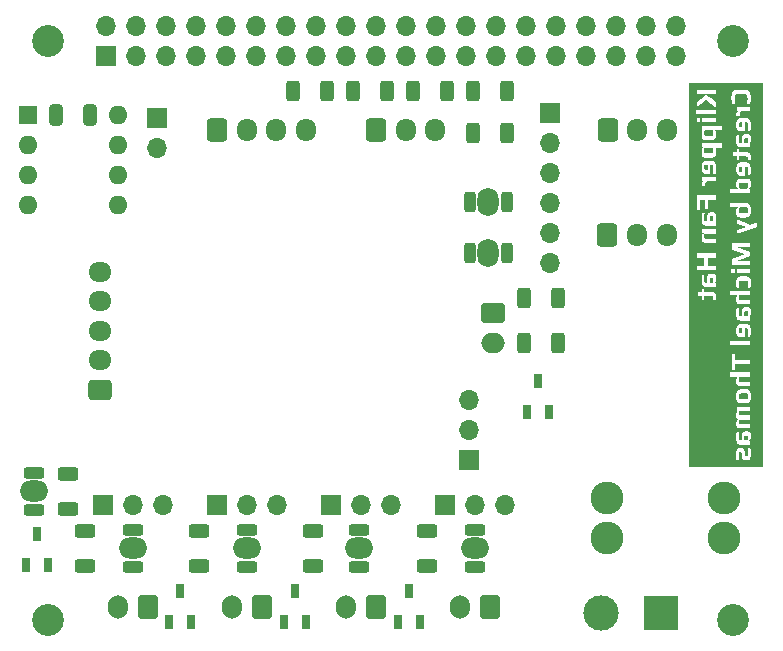
<source format=gbs>
G04 #@! TF.GenerationSoftware,KiCad,Pcbnew,(7.0.0-0)*
G04 #@! TF.CreationDate,2023-04-26T13:08:56+01:00*
G04 #@! TF.ProjectId,Klipper Fan Hat,4b6c6970-7065-4722-9046-616e20486174,rev?*
G04 #@! TF.SameCoordinates,Original*
G04 #@! TF.FileFunction,Soldermask,Bot*
G04 #@! TF.FilePolarity,Negative*
%FSLAX46Y46*%
G04 Gerber Fmt 4.6, Leading zero omitted, Abs format (unit mm)*
G04 Created by KiCad (PCBNEW (7.0.0-0)) date 2023-04-26 13:08:56*
%MOMM*%
%LPD*%
G01*
G04 APERTURE LIST*
G04 Aperture macros list*
%AMRoundRect*
0 Rectangle with rounded corners*
0 $1 Rounding radius*
0 $2 $3 $4 $5 $6 $7 $8 $9 X,Y pos of 4 corners*
0 Add a 4 corners polygon primitive as box body*
4,1,4,$2,$3,$4,$5,$6,$7,$8,$9,$2,$3,0*
0 Add four circle primitives for the rounded corners*
1,1,$1+$1,$2,$3*
1,1,$1+$1,$4,$5*
1,1,$1+$1,$6,$7*
1,1,$1+$1,$8,$9*
0 Add four rect primitives between the rounded corners*
20,1,$1+$1,$2,$3,$4,$5,0*
20,1,$1+$1,$4,$5,$6,$7,0*
20,1,$1+$1,$6,$7,$8,$9,0*
20,1,$1+$1,$8,$9,$2,$3,0*%
G04 Aperture macros list end*
%ADD10C,0.200000*%
%ADD11C,2.780000*%
%ADD12RoundRect,0.250000X0.725000X-0.600000X0.725000X0.600000X-0.725000X0.600000X-0.725000X-0.600000X0*%
%ADD13O,1.950000X1.700000*%
%ADD14C,2.700000*%
%ADD15R,3.000000X3.000000*%
%ADD16C,3.000000*%
%ADD17R,1.700000X1.700000*%
%ADD18O,1.700000X1.700000*%
%ADD19RoundRect,0.250000X-0.600000X-0.725000X0.600000X-0.725000X0.600000X0.725000X-0.600000X0.725000X0*%
%ADD20O,1.700000X1.950000*%
%ADD21RoundRect,0.250000X-0.750000X0.600000X-0.750000X-0.600000X0.750000X-0.600000X0.750000X0.600000X0*%
%ADD22O,2.000000X1.700000*%
%ADD23RoundRect,0.250000X0.600000X0.750000X-0.600000X0.750000X-0.600000X-0.750000X0.600000X-0.750000X0*%
%ADD24O,1.700000X2.000000*%
%ADD25R,1.600000X1.600000*%
%ADD26O,1.600000X1.600000*%
%ADD27R,0.650000X1.220000*%
%ADD28RoundRect,0.250000X-0.312500X-0.625000X0.312500X-0.625000X0.312500X0.625000X-0.312500X0.625000X0*%
%ADD29O,2.400000X1.800000*%
%ADD30RoundRect,0.190000X0.685000X-0.285000X0.685000X0.285000X-0.685000X0.285000X-0.685000X-0.285000X0*%
%ADD31RoundRect,0.250000X0.625000X-0.312500X0.625000X0.312500X-0.625000X0.312500X-0.625000X-0.312500X0*%
%ADD32RoundRect,0.250000X-0.325000X-0.650000X0.325000X-0.650000X0.325000X0.650000X-0.325000X0.650000X0*%
%ADD33O,1.800000X2.400000*%
%ADD34RoundRect,0.190000X-0.285000X-0.685000X0.285000X-0.685000X0.285000X0.685000X-0.285000X0.685000X0*%
G04 APERTURE END LIST*
D10*
G36*
X162614895Y-80918250D02*
G01*
X162632420Y-80918831D01*
X162652222Y-80920102D01*
X162669686Y-80921978D01*
X162687558Y-80925029D01*
X162704154Y-80929689D01*
X162706151Y-80930452D01*
X162721805Y-80939250D01*
X162734145Y-80951699D01*
X162743172Y-80967800D01*
X162746756Y-80978323D01*
X162750420Y-80996483D01*
X162752844Y-81016248D01*
X162754359Y-81035680D01*
X162755241Y-81053164D01*
X162755829Y-81072372D01*
X162756123Y-81093302D01*
X162756159Y-81104414D01*
X162756095Y-81124072D01*
X162755904Y-81142657D01*
X162755584Y-81160166D01*
X162754960Y-81181841D01*
X162754109Y-81201607D01*
X162753030Y-81219462D01*
X162751362Y-81239094D01*
X162748893Y-81258714D01*
X162745876Y-81276292D01*
X162741179Y-81293275D01*
X162734788Y-81306158D01*
X162722072Y-81318874D01*
X162706212Y-81328423D01*
X162703586Y-81329667D01*
X162687291Y-81336032D01*
X162669205Y-81338883D01*
X162653577Y-81339497D01*
X162428752Y-81339497D01*
X162428752Y-81094583D01*
X162428919Y-81074514D01*
X162429420Y-81055981D01*
X162430515Y-81034975D01*
X162432133Y-81016369D01*
X162434762Y-80997210D01*
X162438780Y-80979226D01*
X162439437Y-80977041D01*
X162446143Y-80961306D01*
X162456943Y-80946862D01*
X162471192Y-80935866D01*
X162482607Y-80930452D01*
X162501708Y-80925029D01*
X162520065Y-80921978D01*
X162538003Y-80920102D01*
X162558342Y-80918831D01*
X162576340Y-80918250D01*
X162595875Y-80918056D01*
X162614895Y-80918250D01*
G37*
G36*
X162609384Y-77357263D02*
G01*
X162627740Y-77358797D01*
X162647700Y-77361987D01*
X162665407Y-77366651D01*
X162683215Y-77373952D01*
X162689908Y-77377695D01*
X162704009Y-77388310D01*
X162716392Y-77401830D01*
X162727057Y-77418253D01*
X162734831Y-77434643D01*
X162740345Y-77449930D01*
X162744901Y-77467282D01*
X162748684Y-77487013D01*
X162751155Y-77504510D01*
X162753132Y-77523531D01*
X162754615Y-77544074D01*
X162755603Y-77566140D01*
X162756020Y-77583688D01*
X162756159Y-77602093D01*
X162756020Y-77620495D01*
X162755603Y-77638032D01*
X162754615Y-77660071D01*
X162753132Y-77680574D01*
X162751155Y-77699541D01*
X162748684Y-77716972D01*
X162744901Y-77736601D01*
X162740345Y-77753829D01*
X162733623Y-77771996D01*
X162725638Y-77788030D01*
X162714728Y-77804039D01*
X162702100Y-77817143D01*
X162689908Y-77826064D01*
X162673415Y-77834225D01*
X162656835Y-77839624D01*
X162638002Y-77843551D01*
X162620585Y-77845699D01*
X162601604Y-77846824D01*
X162589464Y-77847008D01*
X162141095Y-77847008D01*
X162123184Y-77846553D01*
X162100928Y-77844533D01*
X162080529Y-77840897D01*
X162061986Y-77835644D01*
X162045299Y-77828775D01*
X162027052Y-77817916D01*
X162011706Y-77804532D01*
X162003891Y-77795289D01*
X161992563Y-77777049D01*
X161984883Y-77759271D01*
X161978431Y-77738661D01*
X161974399Y-77721345D01*
X161971058Y-77702436D01*
X161968408Y-77681935D01*
X161966450Y-77659841D01*
X161965183Y-77636154D01*
X161964607Y-77610874D01*
X161964568Y-77602093D01*
X161964722Y-77584656D01*
X161965528Y-77559827D01*
X161967026Y-77536590D01*
X161969215Y-77514947D01*
X161972095Y-77494897D01*
X161975666Y-77476439D01*
X161979929Y-77459574D01*
X161986687Y-77439565D01*
X161994675Y-77422388D01*
X162003891Y-77408042D01*
X162017497Y-77393266D01*
X162034003Y-77380994D01*
X162049297Y-77372980D01*
X162066447Y-77366569D01*
X162085454Y-77361760D01*
X162106318Y-77358555D01*
X162129038Y-77356952D01*
X162141095Y-77356751D01*
X162589464Y-77356751D01*
X162609384Y-77357263D01*
G37*
G36*
X162264621Y-72252015D02*
G01*
X162086812Y-72252015D01*
X162068463Y-72250846D01*
X162051616Y-72247340D01*
X162033384Y-72240047D01*
X162017315Y-72229388D01*
X162003410Y-72215363D01*
X161995343Y-72204143D01*
X161986477Y-72187720D01*
X161979114Y-72168104D01*
X161974305Y-72150112D01*
X161970459Y-72130077D01*
X161967574Y-72107998D01*
X161966041Y-72090097D01*
X161965049Y-72071047D01*
X161964598Y-72050848D01*
X161964568Y-72043859D01*
X161964835Y-72020251D01*
X161965635Y-71998153D01*
X161966969Y-71977565D01*
X161968836Y-71958487D01*
X161971236Y-71940920D01*
X161975267Y-71919846D01*
X161980246Y-71901457D01*
X161987803Y-71882245D01*
X161994915Y-71869897D01*
X162005950Y-71856475D01*
X162020816Y-71843372D01*
X162037455Y-71833545D01*
X162055868Y-71826993D01*
X162076054Y-71823717D01*
X162086812Y-71823308D01*
X162264621Y-71823308D01*
X162264621Y-72252015D01*
G37*
G36*
X162614895Y-70405305D02*
G01*
X162632420Y-70405886D01*
X162652222Y-70407157D01*
X162669686Y-70409033D01*
X162687558Y-70412084D01*
X162704154Y-70416744D01*
X162706151Y-70417507D01*
X162721805Y-70426305D01*
X162734145Y-70438755D01*
X162743172Y-70454856D01*
X162746756Y-70465378D01*
X162750420Y-70483538D01*
X162752844Y-70503303D01*
X162754359Y-70522735D01*
X162755241Y-70540220D01*
X162755829Y-70559427D01*
X162756123Y-70580357D01*
X162756159Y-70591469D01*
X162756095Y-70611127D01*
X162755904Y-70629712D01*
X162755584Y-70647221D01*
X162754960Y-70668897D01*
X162754109Y-70688662D01*
X162753030Y-70706517D01*
X162751362Y-70726149D01*
X162748893Y-70745769D01*
X162745876Y-70763347D01*
X162741179Y-70780331D01*
X162734788Y-70793213D01*
X162722072Y-70805929D01*
X162706212Y-70815478D01*
X162703586Y-70816722D01*
X162687291Y-70823087D01*
X162669205Y-70825938D01*
X162653577Y-70826553D01*
X162428752Y-70826553D01*
X162428752Y-70581638D01*
X162428919Y-70561569D01*
X162429420Y-70543036D01*
X162430515Y-70522030D01*
X162432133Y-70503424D01*
X162434762Y-70484265D01*
X162438780Y-70466281D01*
X162439437Y-70464096D01*
X162446143Y-70448362D01*
X162456943Y-70433917D01*
X162471192Y-70422921D01*
X162482607Y-70417507D01*
X162501708Y-70412084D01*
X162520065Y-70409033D01*
X162538003Y-70407157D01*
X162558342Y-70405886D01*
X162576340Y-70405305D01*
X162595875Y-70405112D01*
X162614895Y-70405305D01*
G37*
G36*
X159674895Y-67548397D02*
G01*
X159692420Y-67548978D01*
X159712222Y-67550249D01*
X159729686Y-67552125D01*
X159747558Y-67555175D01*
X159764154Y-67559836D01*
X159766151Y-67560598D01*
X159781805Y-67569396D01*
X159794145Y-67581846D01*
X159803172Y-67597947D01*
X159806756Y-67608470D01*
X159810420Y-67626629D01*
X159812844Y-67646394D01*
X159814359Y-67665827D01*
X159815241Y-67683311D01*
X159815829Y-67702518D01*
X159816123Y-67723449D01*
X159816159Y-67734560D01*
X159816095Y-67754219D01*
X159815904Y-67772803D01*
X159815584Y-67790313D01*
X159814960Y-67811988D01*
X159814109Y-67831753D01*
X159813030Y-67849608D01*
X159811362Y-67869241D01*
X159808893Y-67888861D01*
X159805876Y-67906438D01*
X159801179Y-67923422D01*
X159794788Y-67936305D01*
X159782072Y-67949021D01*
X159766212Y-67958569D01*
X159763586Y-67959813D01*
X159747291Y-67966178D01*
X159729205Y-67969030D01*
X159713577Y-67969644D01*
X159488752Y-67969644D01*
X159488752Y-67724729D01*
X159488919Y-67704660D01*
X159489420Y-67686128D01*
X159490515Y-67665122D01*
X159492133Y-67646516D01*
X159494762Y-67627357D01*
X159498780Y-67609373D01*
X159499437Y-67607188D01*
X159506143Y-67591453D01*
X159516943Y-67577009D01*
X159531192Y-67566013D01*
X159542607Y-67560598D01*
X159561708Y-67555175D01*
X159580065Y-67552125D01*
X159598003Y-67550249D01*
X159618342Y-67548978D01*
X159636340Y-67548397D01*
X159655875Y-67548203D01*
X159674895Y-67548397D01*
G37*
G36*
X159674895Y-62364586D02*
G01*
X159692420Y-62365167D01*
X159712222Y-62366438D01*
X159729686Y-62368315D01*
X159747558Y-62371365D01*
X159764154Y-62376025D01*
X159766151Y-62376788D01*
X159781805Y-62385586D01*
X159794145Y-62398036D01*
X159803172Y-62414137D01*
X159806756Y-62424660D01*
X159810420Y-62442819D01*
X159812844Y-62462584D01*
X159814359Y-62482016D01*
X159815241Y-62499501D01*
X159815829Y-62518708D01*
X159816123Y-62539639D01*
X159816159Y-62550750D01*
X159816095Y-62570409D01*
X159815904Y-62588993D01*
X159815584Y-62606503D01*
X159814960Y-62628178D01*
X159814109Y-62647943D01*
X159813030Y-62665798D01*
X159811362Y-62685431D01*
X159808893Y-62705050D01*
X159805876Y-62722628D01*
X159801179Y-62739612D01*
X159794788Y-62752495D01*
X159782072Y-62765211D01*
X159766212Y-62774759D01*
X159763586Y-62776003D01*
X159747291Y-62782368D01*
X159729205Y-62785219D01*
X159713577Y-62785834D01*
X159488752Y-62785834D01*
X159488752Y-62540919D01*
X159488919Y-62520850D01*
X159489420Y-62502317D01*
X159490515Y-62481311D01*
X159492133Y-62462705D01*
X159494762Y-62443546D01*
X159498780Y-62425563D01*
X159499437Y-62423377D01*
X159506143Y-62407643D01*
X159516943Y-62393198D01*
X159531192Y-62382203D01*
X159542607Y-62376788D01*
X159561708Y-62371365D01*
X159580065Y-62368315D01*
X159598003Y-62366438D01*
X159618342Y-62365167D01*
X159636340Y-62364586D01*
X159655875Y-62364393D01*
X159674895Y-62364586D01*
G37*
G36*
X162597438Y-61604291D02*
G01*
X162618078Y-61605458D01*
X162636924Y-61607522D01*
X162653975Y-61610483D01*
X162672068Y-61615222D01*
X162689908Y-61622383D01*
X162704947Y-61632060D01*
X162717900Y-61645010D01*
X162728766Y-61661232D01*
X162736420Y-61677741D01*
X162741627Y-61693336D01*
X162745813Y-61711059D01*
X162749290Y-61731370D01*
X162751561Y-61749482D01*
X162753378Y-61769250D01*
X162754740Y-61790675D01*
X162755464Y-61807830D01*
X162755932Y-61825917D01*
X162756145Y-61844936D01*
X162756159Y-61851483D01*
X162756032Y-61870747D01*
X162755648Y-61889110D01*
X162755010Y-61906570D01*
X162753761Y-61928449D01*
X162752058Y-61948725D01*
X162749901Y-61967398D01*
X162747289Y-61984469D01*
X162743387Y-62003553D01*
X162741627Y-62010485D01*
X162735250Y-62029479D01*
X162727341Y-62046068D01*
X162716177Y-62062384D01*
X162702926Y-62075427D01*
X162689908Y-62084002D01*
X162672068Y-62091663D01*
X162653975Y-62096732D01*
X162636924Y-62099900D01*
X162618078Y-62102108D01*
X162597438Y-62103356D01*
X162579633Y-62103663D01*
X162141095Y-62103663D01*
X162121607Y-62103396D01*
X162103535Y-62102595D01*
X162082936Y-62100842D01*
X162064549Y-62098254D01*
X162045405Y-62094046D01*
X162027097Y-62087618D01*
X162024835Y-62086566D01*
X162010273Y-62077430D01*
X161998001Y-62064980D01*
X161988020Y-62049216D01*
X161981288Y-62033068D01*
X161976964Y-62017751D01*
X161973393Y-62000105D01*
X161970427Y-61979224D01*
X161968490Y-61960191D01*
X161966941Y-61939087D01*
X161966033Y-61921900D01*
X161965343Y-61903548D01*
X161964871Y-61884033D01*
X161964617Y-61863352D01*
X161964568Y-61848918D01*
X161964718Y-61830502D01*
X161965169Y-61812919D01*
X161966238Y-61790773D01*
X161967841Y-61770110D01*
X161969978Y-61750929D01*
X161972649Y-61733231D01*
X161976740Y-61713194D01*
X161981665Y-61695473D01*
X161988768Y-61676915D01*
X161997253Y-61660671D01*
X162008899Y-61644645D01*
X162022428Y-61631768D01*
X162035521Y-61623238D01*
X162053137Y-61615743D01*
X162070678Y-61610784D01*
X162090473Y-61607178D01*
X162108691Y-61605206D01*
X162128474Y-61604173D01*
X162141095Y-61604004D01*
X162579633Y-61604004D01*
X162597438Y-61604291D01*
G37*
G36*
X162607590Y-59518128D02*
G01*
X162626653Y-59519287D01*
X162644088Y-59521217D01*
X162662861Y-59524553D01*
X162681801Y-59529850D01*
X162691191Y-59533557D01*
X162707647Y-59543575D01*
X162721538Y-59557386D01*
X162731589Y-59572583D01*
X162739677Y-59590683D01*
X162741627Y-59596389D01*
X162746566Y-59615663D01*
X162749901Y-59634479D01*
X162752526Y-59655801D01*
X162754116Y-59674661D01*
X162755251Y-59695124D01*
X162755932Y-59717190D01*
X162756145Y-59734791D01*
X162756159Y-59740858D01*
X162756054Y-59762818D01*
X162755739Y-59783659D01*
X162755213Y-59803380D01*
X162754476Y-59821982D01*
X162753530Y-59839464D01*
X162751940Y-59861033D01*
X162749977Y-59880611D01*
X162747639Y-59898199D01*
X162744191Y-59917385D01*
X162739817Y-59934108D01*
X162733245Y-59951779D01*
X162723755Y-59969091D01*
X162712301Y-59982845D01*
X162698884Y-59993039D01*
X162682724Y-60000700D01*
X162666365Y-60005769D01*
X162647691Y-60009456D01*
X162630363Y-60011472D01*
X162611427Y-60012528D01*
X162599294Y-60012700D01*
X162121433Y-60012700D01*
X162103021Y-60012189D01*
X162085987Y-60010655D01*
X162067364Y-60007465D01*
X162050724Y-60002801D01*
X162033819Y-59995500D01*
X162027400Y-59991757D01*
X162013714Y-59981226D01*
X162001828Y-59967587D01*
X161991741Y-59950839D01*
X161984529Y-59934009D01*
X161979528Y-59918240D01*
X161975218Y-59900527D01*
X161971639Y-59880247D01*
X161969302Y-59862175D01*
X161967432Y-59842460D01*
X161966029Y-59821102D01*
X161965284Y-59804006D01*
X161964802Y-59785985D01*
X161964583Y-59767040D01*
X161964568Y-59760520D01*
X161964688Y-59739922D01*
X161965049Y-59720444D01*
X161965650Y-59702085D01*
X161966492Y-59684845D01*
X161967988Y-59663601D01*
X161969911Y-59644347D01*
X161972262Y-59627083D01*
X161975801Y-59608302D01*
X161978246Y-59598526D01*
X161983921Y-59581395D01*
X161992327Y-59564297D01*
X162002656Y-59550307D01*
X162016814Y-59538125D01*
X162024835Y-59533557D01*
X162041300Y-59527395D01*
X162058701Y-59523318D01*
X162079137Y-59520352D01*
X162098486Y-59518731D01*
X162119943Y-59517881D01*
X162133828Y-59517742D01*
X162586899Y-59517742D01*
X162607590Y-59518128D01*
G37*
G36*
X162264621Y-58579545D02*
G01*
X162086812Y-58579545D01*
X162068463Y-58578376D01*
X162051616Y-58574870D01*
X162033384Y-58567577D01*
X162017315Y-58556918D01*
X162003410Y-58542893D01*
X161995343Y-58531673D01*
X161986477Y-58515250D01*
X161979114Y-58495634D01*
X161974305Y-58477642D01*
X161970459Y-58457607D01*
X161967574Y-58435527D01*
X161966041Y-58417627D01*
X161965049Y-58398577D01*
X161964598Y-58378377D01*
X161964568Y-58371389D01*
X161964835Y-58347780D01*
X161965635Y-58325682D01*
X161966969Y-58305095D01*
X161968836Y-58286017D01*
X161971236Y-58268450D01*
X161975267Y-58247376D01*
X161980246Y-58228986D01*
X161987803Y-58209775D01*
X161994915Y-58197427D01*
X162005950Y-58184005D01*
X162020816Y-58170902D01*
X162037455Y-58161074D01*
X162055868Y-58154523D01*
X162076054Y-58151247D01*
X162086812Y-58150837D01*
X162264621Y-58150837D01*
X162264621Y-58579545D01*
G37*
G36*
X159324621Y-58430801D02*
G01*
X159146812Y-58430801D01*
X159128463Y-58429632D01*
X159111616Y-58426126D01*
X159093384Y-58418833D01*
X159077315Y-58408174D01*
X159063410Y-58394149D01*
X159055343Y-58382929D01*
X159046477Y-58366506D01*
X159039114Y-58346890D01*
X159034305Y-58328898D01*
X159030459Y-58308863D01*
X159027574Y-58286783D01*
X159026041Y-58268883D01*
X159025049Y-58249833D01*
X159024598Y-58229633D01*
X159024568Y-58222645D01*
X159024835Y-58199037D01*
X159025635Y-58176939D01*
X159026969Y-58156351D01*
X159028836Y-58137273D01*
X159031236Y-58119706D01*
X159035267Y-58098632D01*
X159040246Y-58080242D01*
X159047803Y-58061031D01*
X159054915Y-58048683D01*
X159065950Y-58035261D01*
X159080816Y-58022158D01*
X159097455Y-58012330D01*
X159115868Y-58005779D01*
X159136054Y-58002503D01*
X159146812Y-58002093D01*
X159324621Y-58002093D01*
X159324621Y-58430801D01*
G37*
G36*
X159657438Y-56543579D02*
G01*
X159678078Y-56544746D01*
X159696924Y-56546810D01*
X159713975Y-56549771D01*
X159732068Y-56554510D01*
X159749908Y-56561671D01*
X159764947Y-56571287D01*
X159777900Y-56584053D01*
X159788766Y-56599968D01*
X159796420Y-56616117D01*
X159801627Y-56631341D01*
X159805813Y-56648695D01*
X159809290Y-56668699D01*
X159811561Y-56686611D01*
X159813378Y-56706219D01*
X159814740Y-56727524D01*
X159815464Y-56744615D01*
X159815932Y-56762661D01*
X159816145Y-56781661D01*
X159816159Y-56788206D01*
X159816032Y-56807471D01*
X159815648Y-56825833D01*
X159815010Y-56843294D01*
X159813761Y-56865173D01*
X159812058Y-56885449D01*
X159809901Y-56904122D01*
X159807289Y-56921192D01*
X159803387Y-56940276D01*
X159801627Y-56947209D01*
X159795250Y-56966332D01*
X159787341Y-56982992D01*
X159776177Y-56999313D01*
X159762926Y-57012281D01*
X159749908Y-57020726D01*
X159732068Y-57028387D01*
X159713975Y-57033456D01*
X159696924Y-57036624D01*
X159678078Y-57038832D01*
X159657438Y-57040080D01*
X159639633Y-57040387D01*
X159201095Y-57040387D01*
X159181607Y-57040120D01*
X159163535Y-57039319D01*
X159142936Y-57037565D01*
X159124549Y-57034978D01*
X159105405Y-57030770D01*
X159087097Y-57024342D01*
X159084835Y-57023290D01*
X159070273Y-57014154D01*
X159058001Y-57001704D01*
X159048020Y-56985940D01*
X159041288Y-56969791D01*
X159036964Y-56954475D01*
X159033393Y-56936829D01*
X159030427Y-56915948D01*
X159028490Y-56896914D01*
X159026941Y-56875810D01*
X159026033Y-56858623D01*
X159025343Y-56840272D01*
X159024871Y-56820756D01*
X159024617Y-56800076D01*
X159024568Y-56785642D01*
X159024718Y-56767229D01*
X159025169Y-56749658D01*
X159026238Y-56727539D01*
X159027841Y-56706916D01*
X159029978Y-56687788D01*
X159032649Y-56670157D01*
X159036740Y-56650222D01*
X159041665Y-56632624D01*
X159048768Y-56614111D01*
X159057253Y-56598002D01*
X159068899Y-56582248D01*
X159082428Y-56569766D01*
X159095521Y-56561671D01*
X159113137Y-56554510D01*
X159130678Y-56549771D01*
X159150473Y-56546325D01*
X159168691Y-56544441D01*
X159188474Y-56543453D01*
X159201095Y-56543292D01*
X159639633Y-56543292D01*
X159657438Y-56543579D01*
G37*
G36*
X162614895Y-55736080D02*
G01*
X162632420Y-55736661D01*
X162652222Y-55737932D01*
X162669686Y-55739808D01*
X162687558Y-55742858D01*
X162704154Y-55747519D01*
X162706151Y-55748281D01*
X162721805Y-55757080D01*
X162734145Y-55769529D01*
X162743172Y-55785630D01*
X162746756Y-55796153D01*
X162750420Y-55814312D01*
X162752844Y-55834077D01*
X162754359Y-55853510D01*
X162755241Y-55870994D01*
X162755829Y-55890202D01*
X162756123Y-55911132D01*
X162756159Y-55922243D01*
X162756095Y-55941902D01*
X162755904Y-55960486D01*
X162755584Y-55977996D01*
X162754960Y-55999671D01*
X162754109Y-56019436D01*
X162753030Y-56037291D01*
X162751362Y-56056924D01*
X162748893Y-56076544D01*
X162745876Y-56094121D01*
X162741179Y-56111105D01*
X162734788Y-56123988D01*
X162722072Y-56136704D01*
X162706212Y-56146252D01*
X162703586Y-56147496D01*
X162687291Y-56153861D01*
X162669205Y-56156713D01*
X162653577Y-56157327D01*
X162428752Y-56157327D01*
X162428752Y-55912413D01*
X162428919Y-55892344D01*
X162429420Y-55873811D01*
X162430515Y-55852805D01*
X162432133Y-55834199D01*
X162434762Y-55815040D01*
X162438780Y-55797056D01*
X162439437Y-55794871D01*
X162446143Y-55779136D01*
X162456943Y-55764692D01*
X162471192Y-55753696D01*
X162482607Y-55748281D01*
X162501708Y-55742858D01*
X162520065Y-55739808D01*
X162538003Y-55737932D01*
X162558342Y-55736661D01*
X162576340Y-55736080D01*
X162595875Y-55735886D01*
X162614895Y-55736080D01*
G37*
G36*
X159657438Y-55052721D02*
G01*
X159678078Y-55053887D01*
X159696924Y-55055951D01*
X159713975Y-55058913D01*
X159732068Y-55063651D01*
X159749908Y-55070813D01*
X159764947Y-55080429D01*
X159777900Y-55093194D01*
X159788766Y-55109110D01*
X159796420Y-55125258D01*
X159801627Y-55140483D01*
X159805813Y-55157837D01*
X159809290Y-55177841D01*
X159811561Y-55195753D01*
X159813378Y-55215361D01*
X159814740Y-55236665D01*
X159815464Y-55253757D01*
X159815932Y-55271803D01*
X159816145Y-55290803D01*
X159816159Y-55297348D01*
X159816032Y-55316612D01*
X159815648Y-55334975D01*
X159815010Y-55352436D01*
X159813761Y-55374315D01*
X159812058Y-55394591D01*
X159809901Y-55413264D01*
X159807289Y-55430334D01*
X159803387Y-55449418D01*
X159801627Y-55456350D01*
X159795250Y-55475474D01*
X159787341Y-55492134D01*
X159776177Y-55508455D01*
X159762926Y-55521422D01*
X159749908Y-55529867D01*
X159732068Y-55537528D01*
X159713975Y-55542597D01*
X159696924Y-55545765D01*
X159678078Y-55547974D01*
X159657438Y-55549222D01*
X159639633Y-55549529D01*
X159201095Y-55549529D01*
X159181607Y-55549262D01*
X159163535Y-55548460D01*
X159142936Y-55546707D01*
X159124549Y-55544119D01*
X159105405Y-55539912D01*
X159087097Y-55533484D01*
X159084835Y-55532432D01*
X159070273Y-55523295D01*
X159058001Y-55510845D01*
X159048020Y-55495082D01*
X159041288Y-55478933D01*
X159036964Y-55463616D01*
X159033393Y-55445970D01*
X159030427Y-55425090D01*
X159028490Y-55406056D01*
X159026941Y-55384952D01*
X159026033Y-55367765D01*
X159025343Y-55349414D01*
X159024871Y-55329898D01*
X159024617Y-55309217D01*
X159024568Y-55294784D01*
X159024718Y-55276371D01*
X159025169Y-55258800D01*
X159026238Y-55236680D01*
X159027841Y-55216057D01*
X159029978Y-55196930D01*
X159032649Y-55179299D01*
X159036740Y-55159363D01*
X159041665Y-55141765D01*
X159048768Y-55123253D01*
X159057253Y-55107144D01*
X159068899Y-55091389D01*
X159082428Y-55078907D01*
X159095521Y-55070813D01*
X159113137Y-55063651D01*
X159130678Y-55058913D01*
X159150473Y-55055467D01*
X159168691Y-55053582D01*
X159188474Y-55052595D01*
X159201095Y-55052434D01*
X159639633Y-55052434D01*
X159657438Y-55052721D01*
G37*
G36*
X162264621Y-54831882D02*
G01*
X162086812Y-54831882D01*
X162068463Y-54830714D01*
X162051616Y-54827207D01*
X162033384Y-54819914D01*
X162017315Y-54809255D01*
X162003410Y-54795231D01*
X161995343Y-54784011D01*
X161986477Y-54767588D01*
X161979114Y-54747972D01*
X161974305Y-54729980D01*
X161970459Y-54709944D01*
X161967574Y-54687865D01*
X161966041Y-54669965D01*
X161965049Y-54650915D01*
X161964598Y-54630715D01*
X161964568Y-54623726D01*
X161964835Y-54600118D01*
X161965635Y-54578020D01*
X161966969Y-54557432D01*
X161968836Y-54538355D01*
X161971236Y-54520787D01*
X161975267Y-54499713D01*
X161980246Y-54481324D01*
X161987803Y-54462113D01*
X161994915Y-54449764D01*
X162005950Y-54436343D01*
X162020816Y-54423239D01*
X162037455Y-54413412D01*
X162055868Y-54406860D01*
X162076054Y-54403584D01*
X162086812Y-54403175D01*
X162264621Y-54403175D01*
X162264621Y-54831882D01*
G37*
G36*
X164018249Y-83582101D02*
G01*
X157762478Y-83582101D01*
X157762478Y-82552102D01*
X161744872Y-82552102D01*
X161745067Y-82575779D01*
X161745414Y-82593384D01*
X161745935Y-82612444D01*
X161746630Y-82632961D01*
X161747498Y-82654933D01*
X161748540Y-82678361D01*
X161749755Y-82703245D01*
X161751145Y-82729585D01*
X161752707Y-82757381D01*
X161754444Y-82786633D01*
X161756354Y-82817341D01*
X161758437Y-82849505D01*
X161760695Y-82883124D01*
X161761889Y-82900480D01*
X161763126Y-82918200D01*
X161764406Y-82936284D01*
X161765730Y-82954731D01*
X161767098Y-82973543D01*
X161994061Y-82973543D01*
X161992246Y-82949960D01*
X161990489Y-82927029D01*
X161988790Y-82904750D01*
X161987148Y-82883123D01*
X161985564Y-82862148D01*
X161984038Y-82841824D01*
X161982569Y-82822153D01*
X161981158Y-82803134D01*
X161979804Y-82784767D01*
X161978508Y-82767052D01*
X161977269Y-82749989D01*
X161974965Y-82717818D01*
X161972892Y-82688256D01*
X161971048Y-82661301D01*
X161969436Y-82636955D01*
X161968053Y-82615216D01*
X161966901Y-82596086D01*
X161965605Y-82572280D01*
X161964827Y-82554341D01*
X161964568Y-82542271D01*
X161964645Y-82524603D01*
X161965048Y-82499566D01*
X161965797Y-82476288D01*
X161966891Y-82454767D01*
X161968332Y-82435004D01*
X161970117Y-82417000D01*
X161973036Y-82395729D01*
X161976569Y-82377583D01*
X161981849Y-82359297D01*
X161984230Y-82353349D01*
X161995900Y-82338194D01*
X162011087Y-82326761D01*
X162026905Y-82319923D01*
X162045308Y-82315821D01*
X162062618Y-82314492D01*
X162066295Y-82314454D01*
X162130409Y-82314454D01*
X162147971Y-82316956D01*
X162164114Y-82324462D01*
X162178836Y-82336971D01*
X162186402Y-82346083D01*
X162195562Y-82361499D01*
X162202472Y-82379696D01*
X162206604Y-82397508D01*
X162209084Y-82417363D01*
X162209887Y-82435470D01*
X162209910Y-82439262D01*
X162209910Y-82596127D01*
X162210186Y-82622949D01*
X162211012Y-82648921D01*
X162212390Y-82674040D01*
X162214318Y-82698308D01*
X162216797Y-82721725D01*
X162219828Y-82744290D01*
X162223409Y-82766003D01*
X162227541Y-82786865D01*
X162232225Y-82806876D01*
X162237459Y-82826035D01*
X162243244Y-82844342D01*
X162249581Y-82861798D01*
X162256468Y-82878403D01*
X162263906Y-82894156D01*
X162280435Y-82923107D01*
X162299168Y-82948652D01*
X162320106Y-82970792D01*
X162343247Y-82989525D01*
X162368592Y-83004852D01*
X162396141Y-83016773D01*
X162425893Y-83025288D01*
X162457850Y-83030397D01*
X162492011Y-83032100D01*
X162640327Y-83032100D01*
X162661251Y-83031599D01*
X162681493Y-83030097D01*
X162701055Y-83027592D01*
X162719935Y-83024086D01*
X162738134Y-83019578D01*
X162755652Y-83014068D01*
X162772488Y-83007557D01*
X162788644Y-83000043D01*
X162804038Y-82991829D01*
X162822097Y-82980697D01*
X162838841Y-82968604D01*
X162854270Y-82955552D01*
X162868385Y-82941540D01*
X162881185Y-82926567D01*
X162888234Y-82917123D01*
X162898564Y-82901074D01*
X162908186Y-82883647D01*
X162917097Y-82864843D01*
X162923716Y-82848808D01*
X162929880Y-82831891D01*
X162935590Y-82814093D01*
X162940846Y-82795413D01*
X162942089Y-82790605D01*
X162946711Y-82771271D01*
X162950958Y-82751736D01*
X162954832Y-82732001D01*
X162958331Y-82712066D01*
X162961457Y-82691930D01*
X162964208Y-82671594D01*
X162966586Y-82651058D01*
X162968589Y-82630321D01*
X162970292Y-82610920D01*
X162971768Y-82590757D01*
X162973017Y-82569834D01*
X162974039Y-82548148D01*
X162974834Y-82525702D01*
X162975281Y-82508367D01*
X162975600Y-82490605D01*
X162975792Y-82472414D01*
X162975856Y-82453794D01*
X162975715Y-82429578D01*
X162975295Y-82404694D01*
X162974593Y-82379142D01*
X162973612Y-82352922D01*
X162972349Y-82326034D01*
X162970807Y-82298479D01*
X162968984Y-82270255D01*
X162966880Y-82241364D01*
X162964496Y-82211805D01*
X162961831Y-82181578D01*
X162958886Y-82150683D01*
X162955660Y-82119121D01*
X162952154Y-82086890D01*
X162948367Y-82053992D01*
X162944300Y-82020425D01*
X162942161Y-82003392D01*
X162939952Y-81986191D01*
X162703159Y-81986191D01*
X162706419Y-82007253D01*
X162709577Y-82027909D01*
X162712630Y-82048159D01*
X162715581Y-82068003D01*
X162718427Y-82087442D01*
X162721171Y-82106475D01*
X162723810Y-82125102D01*
X162726346Y-82143324D01*
X162728779Y-82161139D01*
X162731108Y-82178549D01*
X162733334Y-82195554D01*
X162737474Y-82228345D01*
X162741201Y-82259514D01*
X162744514Y-82289060D01*
X162747412Y-82316982D01*
X162749896Y-82343282D01*
X162751967Y-82367960D01*
X162753623Y-82391014D01*
X162754865Y-82412445D01*
X162755693Y-82432254D01*
X162756107Y-82450439D01*
X162756159Y-82458923D01*
X162755960Y-82479486D01*
X162755363Y-82499020D01*
X162754367Y-82517524D01*
X162752974Y-82534998D01*
X162750496Y-82556697D01*
X162747310Y-82576565D01*
X162743417Y-82594604D01*
X162737554Y-82614579D01*
X162733506Y-82625192D01*
X162725364Y-82640830D01*
X162713143Y-82656097D01*
X162698246Y-82667547D01*
X162680675Y-82675181D01*
X162660429Y-82678998D01*
X162649303Y-82679475D01*
X162573221Y-82679475D01*
X162554227Y-82678629D01*
X162537049Y-82676094D01*
X162518832Y-82670819D01*
X162503229Y-82663111D01*
X162488330Y-82651041D01*
X162483035Y-82644853D01*
X162473883Y-82629701D01*
X162467704Y-82613516D01*
X162462839Y-82594097D01*
X162459894Y-82576232D01*
X162457790Y-82556296D01*
X162456528Y-82534290D01*
X162456133Y-82516428D01*
X162456107Y-82510214D01*
X162456107Y-82355914D01*
X162455820Y-82332686D01*
X162454958Y-82310126D01*
X162453522Y-82288234D01*
X162451512Y-82267010D01*
X162448928Y-82246453D01*
X162445769Y-82226565D01*
X162442035Y-82207344D01*
X162437728Y-82188791D01*
X162432846Y-82170906D01*
X162427389Y-82153689D01*
X162421359Y-82137139D01*
X162414754Y-82121258D01*
X162403769Y-82098688D01*
X162391492Y-82077620D01*
X162382590Y-82064410D01*
X162368201Y-82046001D01*
X162352602Y-82029403D01*
X162335793Y-82014616D01*
X162317775Y-82001639D01*
X162298547Y-81990473D01*
X162278109Y-81981117D01*
X162256462Y-81973573D01*
X162233606Y-81967839D01*
X162209539Y-81963916D01*
X162184263Y-81961803D01*
X162166740Y-81961401D01*
X162024408Y-81961401D01*
X162005785Y-81961975D01*
X161987849Y-81963698D01*
X161970602Y-81966570D01*
X161946021Y-81973031D01*
X161922988Y-81982077D01*
X161901502Y-81993708D01*
X161881564Y-82007923D01*
X161863174Y-82024723D01*
X161846332Y-82044107D01*
X161835963Y-82058466D01*
X161826283Y-82073974D01*
X161817290Y-82090630D01*
X161808985Y-82108435D01*
X161801222Y-82127399D01*
X161793959Y-82147531D01*
X161787197Y-82168832D01*
X161780936Y-82191302D01*
X161775176Y-82214941D01*
X161769916Y-82239748D01*
X161765158Y-82265724D01*
X161760900Y-82292869D01*
X161757144Y-82321182D01*
X161753888Y-82350665D01*
X161751133Y-82381316D01*
X161748879Y-82413136D01*
X161747126Y-82446124D01*
X161745874Y-82480281D01*
X161745435Y-82497798D01*
X161745122Y-82515607D01*
X161744934Y-82533709D01*
X161744872Y-82552102D01*
X157762478Y-82552102D01*
X157762478Y-81114244D01*
X161744872Y-81114244D01*
X161745005Y-81142314D01*
X161745406Y-81169569D01*
X161746074Y-81196010D01*
X161747009Y-81221635D01*
X161748211Y-81246446D01*
X161749680Y-81270442D01*
X161751417Y-81293623D01*
X161753420Y-81315989D01*
X161755691Y-81337541D01*
X161758229Y-81358277D01*
X161761034Y-81378199D01*
X161764106Y-81397307D01*
X161767445Y-81415599D01*
X161771052Y-81433077D01*
X161774925Y-81449740D01*
X161779066Y-81465588D01*
X161785905Y-81488213D01*
X161793602Y-81509606D01*
X161802154Y-81529767D01*
X161811563Y-81548695D01*
X161821829Y-81566392D01*
X161832951Y-81582856D01*
X161844930Y-81598088D01*
X161857765Y-81612088D01*
X161871457Y-81624855D01*
X161886005Y-81636391D01*
X161896180Y-81643397D01*
X161912316Y-81653021D01*
X161929790Y-81661699D01*
X161948601Y-81669430D01*
X161968749Y-81676215D01*
X161990235Y-81682053D01*
X162013058Y-81686944D01*
X162037218Y-81690888D01*
X162062716Y-81693886D01*
X162080457Y-81695359D01*
X162098793Y-81696411D01*
X162117723Y-81697042D01*
X162137248Y-81697252D01*
X162948501Y-81697252D01*
X162948501Y-81346764D01*
X162844636Y-81346764D01*
X162861620Y-81335938D01*
X162877308Y-81324190D01*
X162891700Y-81311521D01*
X162904796Y-81297930D01*
X162916597Y-81283418D01*
X162927103Y-81267984D01*
X162936312Y-81251628D01*
X162944226Y-81234351D01*
X162951639Y-81214522D01*
X162956551Y-81197048D01*
X162960906Y-81177341D01*
X162964705Y-81155404D01*
X162967948Y-81131235D01*
X162969802Y-81113882D01*
X162971408Y-81095538D01*
X162972767Y-81076202D01*
X162973879Y-81055874D01*
X162974744Y-81034555D01*
X162975361Y-81012243D01*
X162975732Y-80988940D01*
X162975856Y-80964646D01*
X162975739Y-80944139D01*
X162975388Y-80924294D01*
X162974804Y-80905110D01*
X162973986Y-80886587D01*
X162972934Y-80868726D01*
X162971648Y-80851525D01*
X162969282Y-80826964D01*
X162966389Y-80803890D01*
X162962970Y-80782305D01*
X162959026Y-80762207D01*
X162954555Y-80743596D01*
X162949559Y-80726473D01*
X162945936Y-80715884D01*
X162937708Y-80696136D01*
X162927984Y-80677924D01*
X162916764Y-80661247D01*
X162904048Y-80646107D01*
X162889836Y-80632503D01*
X162874129Y-80620435D01*
X162856925Y-80609903D01*
X162838225Y-80600907D01*
X162817455Y-80593193D01*
X162800282Y-80588083D01*
X162781741Y-80583551D01*
X162761833Y-80579598D01*
X162740558Y-80576223D01*
X162717916Y-80573427D01*
X162693905Y-80571209D01*
X162668528Y-80569570D01*
X162650850Y-80568799D01*
X162632564Y-80568285D01*
X162613671Y-80568027D01*
X162603996Y-80567995D01*
X162586866Y-80568134D01*
X162562047Y-80568861D01*
X162538279Y-80570213D01*
X162515564Y-80572187D01*
X162493901Y-80574786D01*
X162473289Y-80578008D01*
X162453729Y-80581853D01*
X162435222Y-80586322D01*
X162417766Y-80591415D01*
X162401361Y-80597132D01*
X162386009Y-80603472D01*
X162366935Y-80613029D01*
X162349251Y-80623961D01*
X162332955Y-80636270D01*
X162318049Y-80649954D01*
X162304531Y-80665014D01*
X162292403Y-80681450D01*
X162281664Y-80699262D01*
X162272314Y-80718449D01*
X162264100Y-80739266D01*
X162258657Y-80756114D01*
X162253831Y-80774023D01*
X162249621Y-80792990D01*
X162246028Y-80813017D01*
X162243050Y-80834103D01*
X162240688Y-80856248D01*
X162238942Y-80879453D01*
X162237813Y-80903718D01*
X162237300Y-80929041D01*
X162237265Y-80937718D01*
X162237265Y-81339497D01*
X162152208Y-81339497D01*
X162132974Y-81339170D01*
X162115022Y-81338188D01*
X162094385Y-81336041D01*
X162075752Y-81332871D01*
X162059123Y-81328678D01*
X162041812Y-81322296D01*
X162034238Y-81318554D01*
X162018347Y-81307921D01*
X162004704Y-81293975D01*
X161994802Y-81279384D01*
X161986552Y-81262359D01*
X161979955Y-81242899D01*
X161975523Y-81224323D01*
X161971841Y-81203054D01*
X161969437Y-81184100D01*
X161967513Y-81163423D01*
X161966071Y-81141024D01*
X161965304Y-81123093D01*
X161964809Y-81104193D01*
X161964583Y-81084324D01*
X161964568Y-81077486D01*
X161964695Y-81058026D01*
X161965076Y-81037689D01*
X161965710Y-81016473D01*
X161966598Y-80994378D01*
X161967740Y-80971406D01*
X161969136Y-80947555D01*
X161970786Y-80922827D01*
X161972689Y-80897219D01*
X161974846Y-80870734D01*
X161977257Y-80843371D01*
X161979922Y-80815129D01*
X161982841Y-80786009D01*
X161986013Y-80756011D01*
X161989439Y-80725134D01*
X161993119Y-80693379D01*
X161997052Y-80660747D01*
X161769662Y-80660747D01*
X161766660Y-80685208D01*
X161763852Y-80710188D01*
X161761237Y-80735684D01*
X161758816Y-80761699D01*
X161756589Y-80788231D01*
X161754556Y-80815281D01*
X161752716Y-80842848D01*
X161751069Y-80870933D01*
X161749617Y-80899535D01*
X161748358Y-80928655D01*
X161747293Y-80958293D01*
X161746421Y-80988448D01*
X161745743Y-81019121D01*
X161745259Y-81050311D01*
X161744969Y-81082019D01*
X161744872Y-81114244D01*
X157762478Y-81114244D01*
X157762478Y-79928995D01*
X161744872Y-79928995D01*
X161745010Y-79948005D01*
X161745426Y-79966461D01*
X161746119Y-79984363D01*
X161747089Y-80001711D01*
X161749064Y-80026692D01*
X161751662Y-80050427D01*
X161754884Y-80072914D01*
X161758730Y-80094155D01*
X161763199Y-80114148D01*
X161768292Y-80132893D01*
X161774008Y-80150392D01*
X161780348Y-80166643D01*
X161789705Y-80186692D01*
X161800250Y-80205165D01*
X161811984Y-80222062D01*
X161824907Y-80237382D01*
X161839019Y-80251126D01*
X161854319Y-80263295D01*
X161870809Y-80273887D01*
X161888487Y-80282903D01*
X161907520Y-80290617D01*
X161928077Y-80297302D01*
X161950156Y-80302958D01*
X161967715Y-80306526D01*
X161986130Y-80309515D01*
X162005401Y-80311926D01*
X162025530Y-80313758D01*
X162046514Y-80315011D01*
X162068356Y-80315686D01*
X162083392Y-80315815D01*
X162948501Y-80315815D01*
X162948501Y-79958487D01*
X162132546Y-79958487D01*
X162113800Y-79958334D01*
X162096456Y-79957873D01*
X162076748Y-79956865D01*
X162059231Y-79955377D01*
X162041104Y-79952957D01*
X162023944Y-79949261D01*
X162021843Y-79948657D01*
X162004987Y-79941267D01*
X161991444Y-79930159D01*
X161981215Y-79915331D01*
X161976964Y-79905487D01*
X161972134Y-79888797D01*
X161968938Y-79870845D01*
X161966941Y-79853314D01*
X161965549Y-79833445D01*
X161964871Y-79815868D01*
X161964580Y-79796794D01*
X161964568Y-79791792D01*
X161964677Y-79773462D01*
X161965004Y-79756138D01*
X161965779Y-79734607D01*
X161966941Y-79714865D01*
X161968490Y-79696913D01*
X161970972Y-79676990D01*
X161974058Y-79659864D01*
X161976964Y-79648177D01*
X161983202Y-79630868D01*
X161992785Y-79614492D01*
X162004987Y-79601749D01*
X162019807Y-79592640D01*
X162021843Y-79591757D01*
X162038390Y-79586594D01*
X162055991Y-79583178D01*
X162073069Y-79581043D01*
X162092339Y-79579555D01*
X162113800Y-79578714D01*
X162132546Y-79578506D01*
X162948501Y-79578506D01*
X162948501Y-79220752D01*
X162132546Y-79220752D01*
X162113800Y-79220598D01*
X162096456Y-79220137D01*
X162076748Y-79219129D01*
X162059231Y-79217641D01*
X162041104Y-79215222D01*
X162023944Y-79211526D01*
X162021843Y-79210921D01*
X162004987Y-79203565D01*
X161991444Y-79192558D01*
X161981215Y-79177900D01*
X161976964Y-79168178D01*
X161972134Y-79151468D01*
X161968938Y-79133466D01*
X161966941Y-79115871D01*
X161965549Y-79095917D01*
X161964871Y-79078255D01*
X161964580Y-79059085D01*
X161964568Y-79054056D01*
X161964677Y-79035730D01*
X161965004Y-79018418D01*
X161965779Y-78996913D01*
X161966941Y-78977211D01*
X161968490Y-78959313D01*
X161970972Y-78939476D01*
X161974058Y-78922456D01*
X161976964Y-78910869D01*
X161983202Y-78893560D01*
X161992785Y-78877184D01*
X162004987Y-78864441D01*
X162019807Y-78855332D01*
X162021843Y-78854449D01*
X162038390Y-78849286D01*
X162055991Y-78845870D01*
X162073069Y-78843735D01*
X162092339Y-78842246D01*
X162113800Y-78841405D01*
X162132546Y-78841198D01*
X162948501Y-78841198D01*
X162948501Y-78483444D01*
X161772227Y-78483444D01*
X161772227Y-78841198D01*
X161914132Y-78841198D01*
X161893636Y-78846573D01*
X161874462Y-78854148D01*
X161856610Y-78863924D01*
X161840081Y-78875900D01*
X161824874Y-78890077D01*
X161810989Y-78906454D01*
X161798427Y-78925032D01*
X161787187Y-78945811D01*
X161777269Y-78968790D01*
X161768674Y-78993969D01*
X161761401Y-79021350D01*
X161755451Y-79050930D01*
X161750822Y-79082712D01*
X161747516Y-79116694D01*
X161746359Y-79134510D01*
X161745533Y-79152876D01*
X161745037Y-79171793D01*
X161744872Y-79191259D01*
X161745040Y-79211779D01*
X161745546Y-79231664D01*
X161746389Y-79250915D01*
X161747570Y-79269532D01*
X161749088Y-79287514D01*
X161750943Y-79304861D01*
X161754357Y-79329693D01*
X161758531Y-79353097D01*
X161763463Y-79375073D01*
X161769155Y-79395622D01*
X161775605Y-79414743D01*
X161782814Y-79432437D01*
X161788042Y-79443440D01*
X161796477Y-79459053D01*
X161805753Y-79473674D01*
X161819431Y-79491626D01*
X161834604Y-79507814D01*
X161851274Y-79522240D01*
X161869439Y-79534902D01*
X161889101Y-79545802D01*
X161904829Y-79552819D01*
X161921398Y-79558845D01*
X161904382Y-79564856D01*
X161888275Y-79571828D01*
X161873076Y-79579762D01*
X161854226Y-79591837D01*
X161836992Y-79605621D01*
X161821375Y-79621115D01*
X161807373Y-79638319D01*
X161794988Y-79657233D01*
X161786759Y-79672540D01*
X161779274Y-79689174D01*
X161772524Y-79707342D01*
X161766511Y-79727042D01*
X161761234Y-79748274D01*
X161756694Y-79771040D01*
X161752889Y-79795338D01*
X161750762Y-79812388D01*
X161748962Y-79830120D01*
X161747490Y-79848532D01*
X161746344Y-79867626D01*
X161745526Y-79887401D01*
X161745035Y-79907857D01*
X161744872Y-79928995D01*
X157762478Y-79928995D01*
X157762478Y-77602093D01*
X161744872Y-77602093D01*
X161744928Y-77622776D01*
X161745097Y-77642670D01*
X161745379Y-77661775D01*
X161745773Y-77680092D01*
X161746280Y-77697619D01*
X161747132Y-77719762D01*
X161748184Y-77740502D01*
X161749436Y-77759839D01*
X161750889Y-77777775D01*
X161751283Y-77782039D01*
X161753066Y-77799130D01*
X161755424Y-77816634D01*
X161758356Y-77834552D01*
X161761862Y-77852885D01*
X161765942Y-77871632D01*
X161770597Y-77890792D01*
X161775827Y-77910367D01*
X161781630Y-77930356D01*
X161788669Y-77951854D01*
X161796323Y-77972324D01*
X161804591Y-77991765D01*
X161813473Y-78010177D01*
X161822970Y-78027562D01*
X161833082Y-78043917D01*
X161843807Y-78059244D01*
X161855147Y-78073543D01*
X161867302Y-78087080D01*
X161880686Y-78100124D01*
X161895299Y-78112673D01*
X161911140Y-78124727D01*
X161928210Y-78136288D01*
X161946509Y-78147354D01*
X161966037Y-78157926D01*
X161981490Y-78165531D01*
X161986794Y-78168004D01*
X162003528Y-78174573D01*
X162020870Y-78180496D01*
X162038820Y-78185773D01*
X162057380Y-78190404D01*
X162076547Y-78194388D01*
X162096324Y-78197727D01*
X162116709Y-78200419D01*
X162137702Y-78202465D01*
X162159304Y-78203865D01*
X162181515Y-78204619D01*
X162196660Y-78204763D01*
X162545866Y-78204763D01*
X162566230Y-78204451D01*
X162586128Y-78203515D01*
X162605560Y-78201956D01*
X162624526Y-78199774D01*
X162643026Y-78196968D01*
X162661061Y-78193538D01*
X162678629Y-78189484D01*
X162695732Y-78184807D01*
X162712369Y-78179507D01*
X162728540Y-78173582D01*
X162739062Y-78169286D01*
X162759225Y-78160090D01*
X162778252Y-78150239D01*
X162796144Y-78139734D01*
X162812900Y-78128574D01*
X162828521Y-78116760D01*
X162843007Y-78104291D01*
X162856357Y-78091168D01*
X162868572Y-78077390D01*
X162881142Y-78061163D01*
X162890642Y-78046935D01*
X162899648Y-78031597D01*
X162908160Y-78015152D01*
X162916178Y-77997597D01*
X162923701Y-77978934D01*
X162930730Y-77959162D01*
X162935678Y-77943606D01*
X162941802Y-77922602D01*
X162947352Y-77901692D01*
X162952327Y-77880875D01*
X162956728Y-77860151D01*
X162960555Y-77839521D01*
X162963808Y-77818985D01*
X162966486Y-77798542D01*
X162968589Y-77778192D01*
X162970292Y-77759359D01*
X162971768Y-77739617D01*
X162973017Y-77718967D01*
X162974039Y-77697409D01*
X162974834Y-77674943D01*
X162975281Y-77657497D01*
X162975600Y-77639540D01*
X162975792Y-77621072D01*
X162975856Y-77602093D01*
X162975792Y-77581759D01*
X162975600Y-77562107D01*
X162975281Y-77543140D01*
X162974834Y-77524856D01*
X162974259Y-77507256D01*
X162973294Y-77484853D01*
X162972102Y-77463666D01*
X162970683Y-77443694D01*
X162969037Y-77424937D01*
X162968589Y-77420438D01*
X162966539Y-77402546D01*
X162964021Y-77384347D01*
X162961036Y-77365841D01*
X162957583Y-77347028D01*
X162953663Y-77327907D01*
X162949275Y-77308479D01*
X162944420Y-77288744D01*
X162939097Y-77268702D01*
X162932679Y-77247224D01*
X162925607Y-77226814D01*
X162917880Y-77207473D01*
X162909498Y-77189201D01*
X162900462Y-77171997D01*
X162890771Y-77155862D01*
X162880426Y-77140795D01*
X162869427Y-77126797D01*
X162857406Y-77113600D01*
X162844209Y-77100938D01*
X162829837Y-77088809D01*
X162814289Y-77077215D01*
X162797566Y-77066156D01*
X162779668Y-77055631D01*
X162760594Y-77045639D01*
X162740345Y-77036183D01*
X162719608Y-77027567D01*
X162703345Y-77021860D01*
X162686474Y-77016798D01*
X162668994Y-77012383D01*
X162650906Y-77008614D01*
X162632209Y-77005491D01*
X162612903Y-77003014D01*
X162592989Y-77001183D01*
X162572467Y-76999998D01*
X162551335Y-76999460D01*
X162544156Y-76999424D01*
X162193668Y-76999424D01*
X162171884Y-76999747D01*
X162150612Y-77000716D01*
X162129850Y-77002332D01*
X162109599Y-77004593D01*
X162089859Y-77007501D01*
X162070630Y-77011055D01*
X162051911Y-77015255D01*
X162033704Y-77020101D01*
X162016008Y-77025593D01*
X161998822Y-77031731D01*
X161987649Y-77036183D01*
X161971409Y-77043266D01*
X161955868Y-77050733D01*
X161936233Y-77061286D01*
X161917840Y-77072519D01*
X161900690Y-77084433D01*
X161884782Y-77097029D01*
X161870116Y-77110306D01*
X161856692Y-77124264D01*
X161850446Y-77131498D01*
X161837690Y-77148341D01*
X161827966Y-77162987D01*
X161818669Y-77178675D01*
X161809800Y-77195404D01*
X161801359Y-77213176D01*
X161793344Y-77231989D01*
X161785758Y-77251844D01*
X161780348Y-77267420D01*
X161773623Y-77288517D01*
X161767552Y-77309494D01*
X161762136Y-77330351D01*
X161757374Y-77351088D01*
X161753267Y-77371705D01*
X161749814Y-77392201D01*
X161747016Y-77412577D01*
X161744872Y-77432833D01*
X161744872Y-77450154D01*
X161744872Y-77472781D01*
X161744872Y-77494873D01*
X161744872Y-77516431D01*
X161744872Y-77537455D01*
X161744872Y-77557945D01*
X161744872Y-77577900D01*
X161744872Y-77597322D01*
X161744872Y-77602093D01*
X157762478Y-77602093D01*
X157762478Y-75576954D01*
X161252478Y-75576954D01*
X161252478Y-75934709D01*
X161913277Y-75934709D01*
X161892884Y-75940180D01*
X161873807Y-75948045D01*
X161856046Y-75958305D01*
X161839600Y-75970959D01*
X161824470Y-75986008D01*
X161810655Y-76003450D01*
X161798156Y-76023287D01*
X161786973Y-76045518D01*
X161777106Y-76070144D01*
X161768554Y-76097163D01*
X161761318Y-76126577D01*
X161755397Y-76158385D01*
X161750792Y-76192588D01*
X161748983Y-76210587D01*
X161747503Y-76229184D01*
X161746352Y-76248380D01*
X161745530Y-76268175D01*
X161745036Y-76288568D01*
X161744872Y-76309560D01*
X161745191Y-76337506D01*
X161746147Y-76364391D01*
X161747742Y-76390213D01*
X161749974Y-76414974D01*
X161752844Y-76438673D01*
X161756352Y-76461309D01*
X161760498Y-76482884D01*
X161765281Y-76503397D01*
X161770703Y-76522849D01*
X161776762Y-76541238D01*
X161783459Y-76558565D01*
X161790793Y-76574831D01*
X161798766Y-76590034D01*
X161811920Y-76610849D01*
X161826510Y-76629274D01*
X161842640Y-76645697D01*
X161860415Y-76660505D01*
X161879836Y-76673697D01*
X161900902Y-76685273D01*
X161923613Y-76695235D01*
X161947970Y-76703581D01*
X161965123Y-76708248D01*
X161983006Y-76712196D01*
X162001621Y-76715427D01*
X162020967Y-76717940D01*
X162041044Y-76719735D01*
X162061852Y-76720811D01*
X162083392Y-76721170D01*
X162948501Y-76721170D01*
X162948501Y-76363416D01*
X162125280Y-76363416D01*
X162104898Y-76363082D01*
X162086227Y-76362080D01*
X162066082Y-76359996D01*
X162048400Y-76356951D01*
X162030887Y-76352182D01*
X162024408Y-76349738D01*
X162009181Y-76341484D01*
X161996411Y-76329970D01*
X161986100Y-76315197D01*
X161979093Y-76299597D01*
X161978246Y-76297165D01*
X161972916Y-76277752D01*
X161969390Y-76257596D01*
X161967186Y-76238320D01*
X161965650Y-76216791D01*
X161964902Y-76197944D01*
X161964582Y-76177655D01*
X161964568Y-76172357D01*
X161964677Y-76153058D01*
X161965004Y-76134750D01*
X161965549Y-76117434D01*
X161966614Y-76095889D01*
X161968066Y-76076108D01*
X161969906Y-76058089D01*
X161972751Y-76038045D01*
X161976201Y-76020756D01*
X161976964Y-76017629D01*
X161982188Y-76000469D01*
X161990144Y-75983259D01*
X162000105Y-75969076D01*
X162013942Y-75956574D01*
X162021843Y-75951806D01*
X162038042Y-75945144D01*
X162054792Y-75940736D01*
X162074186Y-75937530D01*
X162092368Y-75935777D01*
X162112387Y-75934859D01*
X162125280Y-75934709D01*
X162948501Y-75934709D01*
X162948501Y-75576954D01*
X161252478Y-75576954D01*
X157762478Y-75576954D01*
X157762478Y-74012578D01*
X161361899Y-74012578D01*
X161361899Y-75372217D01*
X161635451Y-75372217D01*
X161635451Y-74884525D01*
X162948501Y-74884525D01*
X162948501Y-74502407D01*
X161635451Y-74502407D01*
X161635451Y-74012578D01*
X161361899Y-74012578D01*
X157762478Y-74012578D01*
X157762478Y-72876910D01*
X161252478Y-72876910D01*
X161252478Y-73234665D01*
X162948501Y-73234665D01*
X162948501Y-72876910D01*
X161252478Y-72876910D01*
X157762478Y-72876910D01*
X157762478Y-72048988D01*
X161744872Y-72048988D01*
X161744966Y-72066445D01*
X161745249Y-72083608D01*
X161746381Y-72117049D01*
X161748268Y-72149311D01*
X161750909Y-72180394D01*
X161754305Y-72210299D01*
X161758456Y-72239025D01*
X161763361Y-72266572D01*
X161769021Y-72292941D01*
X161775436Y-72318130D01*
X161782605Y-72342141D01*
X161790529Y-72364974D01*
X161799208Y-72386627D01*
X161808642Y-72407102D01*
X161818830Y-72426398D01*
X161829772Y-72444515D01*
X161841470Y-72461453D01*
X161854064Y-72477343D01*
X161867696Y-72492208D01*
X161882367Y-72506047D01*
X161898077Y-72518862D01*
X161914825Y-72530651D01*
X161932611Y-72541415D01*
X161951437Y-72551154D01*
X161971300Y-72559868D01*
X161992202Y-72567556D01*
X162014143Y-72574220D01*
X162037122Y-72579858D01*
X162061140Y-72584471D01*
X162086196Y-72588059D01*
X162112290Y-72590622D01*
X162139423Y-72592160D01*
X162167595Y-72592673D01*
X162456107Y-72592673D01*
X162456107Y-71823308D01*
X162564245Y-71823308D01*
X162583121Y-71823954D01*
X162600961Y-71825892D01*
X162617763Y-71829123D01*
X162638553Y-71835441D01*
X162657500Y-71844056D01*
X162674604Y-71854969D01*
X162689864Y-71868179D01*
X162703281Y-71883686D01*
X162712134Y-71896825D01*
X162722453Y-71917041D01*
X162729289Y-71934613D01*
X162735351Y-71954252D01*
X162740639Y-71975956D01*
X162745153Y-71999727D01*
X162747733Y-72016722D01*
X162749968Y-72034636D01*
X162751860Y-72053468D01*
X162753408Y-72073218D01*
X162754612Y-72093886D01*
X162755471Y-72115473D01*
X162755987Y-72137978D01*
X162756159Y-72161401D01*
X162755959Y-72183639D01*
X162755358Y-72206220D01*
X162754356Y-72229146D01*
X162752954Y-72252416D01*
X162751150Y-72276029D01*
X162748946Y-72299987D01*
X162746342Y-72324288D01*
X162743337Y-72348933D01*
X162739930Y-72373923D01*
X162736124Y-72399256D01*
X162731916Y-72424933D01*
X162727308Y-72450954D01*
X162722299Y-72477320D01*
X162716890Y-72504029D01*
X162711079Y-72531082D01*
X162704868Y-72558479D01*
X162930549Y-72558479D01*
X162936035Y-72531115D01*
X162941167Y-72503521D01*
X162945946Y-72475697D01*
X162950370Y-72447642D01*
X162954441Y-72419357D01*
X162958158Y-72390841D01*
X162961520Y-72362095D01*
X162964529Y-72333119D01*
X162967184Y-72303912D01*
X162969484Y-72274475D01*
X162971431Y-72244807D01*
X162973024Y-72214909D01*
X162974263Y-72184781D01*
X162975148Y-72154422D01*
X162975679Y-72123832D01*
X162975856Y-72093013D01*
X162975481Y-72054278D01*
X162974358Y-72016772D01*
X162972486Y-71980497D01*
X162969865Y-71945451D01*
X162966495Y-71911635D01*
X162962377Y-71879048D01*
X162957509Y-71847691D01*
X162951893Y-71817564D01*
X162945528Y-71788667D01*
X162938414Y-71760999D01*
X162930552Y-71734561D01*
X162921940Y-71709352D01*
X162912580Y-71685373D01*
X162902471Y-71662624D01*
X162891612Y-71641105D01*
X162880006Y-71620815D01*
X162867650Y-71601755D01*
X162854545Y-71583925D01*
X162840692Y-71567324D01*
X162826090Y-71551953D01*
X162810739Y-71537811D01*
X162794639Y-71524900D01*
X162777791Y-71513218D01*
X162760193Y-71502766D01*
X162741847Y-71493543D01*
X162722752Y-71485550D01*
X162702908Y-71478787D01*
X162682315Y-71473253D01*
X162660973Y-71468949D01*
X162638883Y-71465875D01*
X162616044Y-71464031D01*
X162592455Y-71463416D01*
X162167595Y-71463416D01*
X162140290Y-71463975D01*
X162113940Y-71465653D01*
X162088545Y-71468450D01*
X162064105Y-71472365D01*
X162040620Y-71477399D01*
X162018090Y-71483551D01*
X161996515Y-71490823D01*
X161975895Y-71499213D01*
X161956230Y-71508721D01*
X161937520Y-71519348D01*
X161919765Y-71531094D01*
X161902966Y-71543959D01*
X161887121Y-71557942D01*
X161872231Y-71573044D01*
X161858296Y-71589264D01*
X161845317Y-71606603D01*
X161833153Y-71625111D01*
X161821775Y-71644838D01*
X161811181Y-71665783D01*
X161801372Y-71687947D01*
X161792348Y-71711331D01*
X161784108Y-71735933D01*
X161776653Y-71761753D01*
X161769983Y-71788793D01*
X161764098Y-71817051D01*
X161758997Y-71846529D01*
X161754681Y-71877225D01*
X161751150Y-71909140D01*
X161748403Y-71942274D01*
X161746441Y-71976626D01*
X161745755Y-71994260D01*
X161745264Y-72012198D01*
X161744970Y-72030440D01*
X161744899Y-72043859D01*
X161744872Y-72048988D01*
X157762478Y-72048988D01*
X157762478Y-70601300D01*
X161744872Y-70601300D01*
X161745005Y-70629369D01*
X161745406Y-70656624D01*
X161746074Y-70683065D01*
X161747009Y-70708690D01*
X161748211Y-70733501D01*
X161749680Y-70757497D01*
X161751417Y-70780678D01*
X161753420Y-70803044D01*
X161755691Y-70824596D01*
X161758229Y-70845333D01*
X161761034Y-70865255D01*
X161764106Y-70884362D01*
X161767445Y-70902654D01*
X161771052Y-70920132D01*
X161774925Y-70936795D01*
X161779066Y-70952643D01*
X161785905Y-70975268D01*
X161793602Y-70996661D01*
X161802154Y-71016822D01*
X161811563Y-71035750D01*
X161821829Y-71053447D01*
X161832951Y-71069911D01*
X161844930Y-71085143D01*
X161857765Y-71099143D01*
X161871457Y-71111910D01*
X161886005Y-71123446D01*
X161896180Y-71130452D01*
X161912316Y-71140076D01*
X161929790Y-71148754D01*
X161948601Y-71156485D01*
X161968749Y-71163270D01*
X161990235Y-71169108D01*
X162013058Y-71173999D01*
X162037218Y-71177943D01*
X162062716Y-71180941D01*
X162080457Y-71182414D01*
X162098793Y-71183466D01*
X162117723Y-71184097D01*
X162137248Y-71184307D01*
X162948501Y-71184307D01*
X162948501Y-70833819D01*
X162844636Y-70833819D01*
X162861620Y-70822993D01*
X162877308Y-70811245D01*
X162891700Y-70798576D01*
X162904796Y-70784985D01*
X162916597Y-70770473D01*
X162927103Y-70755039D01*
X162936312Y-70738683D01*
X162944226Y-70721406D01*
X162951639Y-70701577D01*
X162956551Y-70684103D01*
X162960906Y-70664397D01*
X162964705Y-70642459D01*
X162967948Y-70618290D01*
X162969802Y-70600937D01*
X162971408Y-70582593D01*
X162972767Y-70563257D01*
X162973879Y-70542929D01*
X162974744Y-70521610D01*
X162975361Y-70499299D01*
X162975732Y-70475996D01*
X162975856Y-70451701D01*
X162975739Y-70431194D01*
X162975388Y-70411349D01*
X162974804Y-70392165D01*
X162973986Y-70373642D01*
X162972934Y-70355781D01*
X162971648Y-70338580D01*
X162969282Y-70314019D01*
X162966389Y-70290946D01*
X162962970Y-70269360D01*
X162959026Y-70249262D01*
X162954555Y-70230651D01*
X162949559Y-70213528D01*
X162945936Y-70202939D01*
X162937708Y-70183191D01*
X162927984Y-70164979D01*
X162916764Y-70148303D01*
X162904048Y-70133162D01*
X162889836Y-70119558D01*
X162874129Y-70107490D01*
X162856925Y-70096958D01*
X162838225Y-70087962D01*
X162817455Y-70080248D01*
X162800282Y-70075138D01*
X162781741Y-70070606D01*
X162761833Y-70066653D01*
X162740558Y-70063278D01*
X162717916Y-70060482D01*
X162693905Y-70058264D01*
X162668528Y-70056625D01*
X162650850Y-70055854D01*
X162632564Y-70055340D01*
X162613671Y-70055083D01*
X162603996Y-70055050D01*
X162586866Y-70055189D01*
X162562047Y-70055917D01*
X162538279Y-70057268D01*
X162515564Y-70059242D01*
X162493901Y-70061841D01*
X162473289Y-70065063D01*
X162453729Y-70068908D01*
X162435222Y-70073378D01*
X162417766Y-70078470D01*
X162401361Y-70084187D01*
X162386009Y-70090527D01*
X162366935Y-70100084D01*
X162349251Y-70111016D01*
X162332955Y-70123325D01*
X162318049Y-70137009D01*
X162304531Y-70152069D01*
X162292403Y-70168505D01*
X162281664Y-70186317D01*
X162272314Y-70205504D01*
X162264100Y-70226321D01*
X162258657Y-70243170D01*
X162253831Y-70261078D01*
X162249621Y-70280045D01*
X162246028Y-70300072D01*
X162243050Y-70321158D01*
X162240688Y-70343304D01*
X162238942Y-70366508D01*
X162237813Y-70390773D01*
X162237300Y-70416096D01*
X162237265Y-70424773D01*
X162237265Y-70826553D01*
X162152208Y-70826553D01*
X162132974Y-70826225D01*
X162115022Y-70825244D01*
X162094385Y-70823096D01*
X162075752Y-70819926D01*
X162059123Y-70815733D01*
X162041812Y-70809352D01*
X162034238Y-70805609D01*
X162018347Y-70794976D01*
X162004704Y-70781030D01*
X161994802Y-70766439D01*
X161986552Y-70749414D01*
X161979955Y-70729954D01*
X161975523Y-70711378D01*
X161971841Y-70690109D01*
X161969437Y-70671155D01*
X161967513Y-70650478D01*
X161966071Y-70628079D01*
X161965304Y-70610148D01*
X161964809Y-70591248D01*
X161964583Y-70571379D01*
X161964568Y-70564541D01*
X161964695Y-70545081D01*
X161965076Y-70524744D01*
X161965710Y-70503528D01*
X161966598Y-70481434D01*
X161967740Y-70458461D01*
X161969136Y-70434611D01*
X161970786Y-70409882D01*
X161972689Y-70384275D01*
X161974846Y-70357789D01*
X161977257Y-70330426D01*
X161979922Y-70302184D01*
X161982841Y-70273064D01*
X161986013Y-70243066D01*
X161989439Y-70212189D01*
X161993119Y-70180435D01*
X161997052Y-70147802D01*
X161769662Y-70147802D01*
X161766660Y-70172263D01*
X161763852Y-70197243D01*
X161761237Y-70222740D01*
X161758816Y-70248754D01*
X161756589Y-70275286D01*
X161754556Y-70302336D01*
X161752716Y-70329903D01*
X161751069Y-70357988D01*
X161749617Y-70386590D01*
X161748358Y-70415710D01*
X161747293Y-70445348D01*
X161746421Y-70475503D01*
X161745743Y-70506176D01*
X161745259Y-70537366D01*
X161744969Y-70569074D01*
X161744872Y-70601300D01*
X157762478Y-70601300D01*
X157762478Y-69106167D01*
X158490287Y-69106167D01*
X158832227Y-69106167D01*
X158832227Y-69431865D01*
X159051923Y-69431865D01*
X159051923Y-69106167D01*
X159608431Y-69106167D01*
X159629134Y-69106394D01*
X159648502Y-69107075D01*
X159666534Y-69108211D01*
X159687195Y-69110268D01*
X159705770Y-69113036D01*
X159725305Y-69117293D01*
X159736658Y-69120699D01*
X159754192Y-69128512D01*
X159769395Y-69138862D01*
X159782265Y-69151747D01*
X159792804Y-69167169D01*
X159797780Y-69177120D01*
X159804026Y-69194360D01*
X159808244Y-69211069D01*
X159811564Y-69229907D01*
X159813987Y-69250873D01*
X159815280Y-69269179D01*
X159815998Y-69288847D01*
X159816159Y-69304492D01*
X159815566Y-69322275D01*
X159814114Y-69342010D01*
X159812237Y-69361624D01*
X159810301Y-69379388D01*
X159807976Y-69398997D01*
X159805265Y-69420448D01*
X159803764Y-69431865D01*
X160024315Y-69431865D01*
X160026378Y-69410585D01*
X160028237Y-69389860D01*
X160029894Y-69369692D01*
X160031348Y-69350080D01*
X160032599Y-69331023D01*
X160033647Y-69312523D01*
X160034492Y-69294579D01*
X160035134Y-69277190D01*
X160035675Y-69254871D01*
X160035856Y-69233540D01*
X160035742Y-69211340D01*
X160035402Y-69190049D01*
X160034834Y-69169666D01*
X160034039Y-69150192D01*
X160033017Y-69131625D01*
X160031768Y-69113967D01*
X160029888Y-69093172D01*
X160028589Y-69081376D01*
X160025964Y-69062276D01*
X160022629Y-69043175D01*
X160018584Y-69024075D01*
X160013830Y-69004974D01*
X160008366Y-68985874D01*
X160002193Y-68966773D01*
X159999525Y-68959133D01*
X159993708Y-68942430D01*
X159987370Y-68926515D01*
X159978715Y-68907730D01*
X159969246Y-68890175D01*
X159958963Y-68873853D01*
X159947866Y-68858761D01*
X159938403Y-68847575D01*
X159925528Y-68834604D01*
X159911213Y-68822405D01*
X159895458Y-68810979D01*
X159878263Y-68800324D01*
X159859628Y-68790442D01*
X159843683Y-68783093D01*
X159831119Y-68777905D01*
X159813147Y-68770992D01*
X159794494Y-68765002D01*
X159775160Y-68759933D01*
X159755144Y-68755785D01*
X159734448Y-68752560D01*
X159713070Y-68750256D01*
X159691011Y-68748873D01*
X159668270Y-68748412D01*
X159051923Y-68748412D01*
X159051923Y-68659508D01*
X161252478Y-68659508D01*
X161252478Y-69017263D01*
X161913277Y-69017263D01*
X161892884Y-69022734D01*
X161873807Y-69030600D01*
X161856046Y-69040859D01*
X161839600Y-69053514D01*
X161824470Y-69068562D01*
X161810655Y-69086005D01*
X161798156Y-69105841D01*
X161786973Y-69128073D01*
X161777106Y-69152698D01*
X161768554Y-69179717D01*
X161761318Y-69209131D01*
X161755397Y-69240939D01*
X161750792Y-69275142D01*
X161748983Y-69293141D01*
X161747503Y-69311738D01*
X161746352Y-69330935D01*
X161745530Y-69350729D01*
X161745036Y-69371122D01*
X161744872Y-69392114D01*
X161745191Y-69420061D01*
X161746147Y-69446945D01*
X161747742Y-69472767D01*
X161749974Y-69497528D01*
X161752844Y-69521227D01*
X161756352Y-69543864D01*
X161760498Y-69565438D01*
X161765281Y-69585952D01*
X161770703Y-69605403D01*
X161776762Y-69623792D01*
X161783459Y-69641119D01*
X161790793Y-69657385D01*
X161798766Y-69672589D01*
X161811920Y-69693403D01*
X161826510Y-69711828D01*
X161842640Y-69728251D01*
X161860415Y-69743059D01*
X161879836Y-69756251D01*
X161900902Y-69767828D01*
X161923613Y-69777789D01*
X161947970Y-69786135D01*
X161965123Y-69790802D01*
X161983006Y-69794750D01*
X162001621Y-69797981D01*
X162020967Y-69800494D01*
X162041044Y-69802289D01*
X162061852Y-69803366D01*
X162083392Y-69803725D01*
X162948501Y-69803725D01*
X162948501Y-69445970D01*
X162125280Y-69445970D01*
X162104898Y-69445636D01*
X162086227Y-69444634D01*
X162066082Y-69442550D01*
X162048400Y-69439505D01*
X162030887Y-69434737D01*
X162024408Y-69432292D01*
X162009181Y-69424038D01*
X161996411Y-69412524D01*
X161986100Y-69397751D01*
X161979093Y-69382151D01*
X161978246Y-69379719D01*
X161972916Y-69360306D01*
X161969390Y-69340150D01*
X161967186Y-69320875D01*
X161965650Y-69299345D01*
X161964902Y-69280498D01*
X161964582Y-69260209D01*
X161964568Y-69254911D01*
X161964677Y-69235612D01*
X161965004Y-69217304D01*
X161965549Y-69199988D01*
X161966614Y-69178444D01*
X161968066Y-69158662D01*
X161969906Y-69140643D01*
X161972751Y-69120599D01*
X161976201Y-69103310D01*
X161976964Y-69100183D01*
X161982188Y-69083023D01*
X161990144Y-69065813D01*
X162000105Y-69051630D01*
X162013942Y-69039128D01*
X162021843Y-69034360D01*
X162038042Y-69027698D01*
X162054792Y-69023290D01*
X162074186Y-69020084D01*
X162092368Y-69018331D01*
X162112387Y-69017413D01*
X162125280Y-69017263D01*
X162948501Y-69017263D01*
X162948501Y-68659508D01*
X161252478Y-68659508D01*
X159051923Y-68659508D01*
X159051923Y-68508199D01*
X158832227Y-68508199D01*
X158832227Y-68748412D01*
X158490287Y-68748412D01*
X158490287Y-69106167D01*
X157762478Y-69106167D01*
X157762478Y-67744391D01*
X158804872Y-67744391D01*
X158805005Y-67772461D01*
X158805406Y-67799716D01*
X158806074Y-67826156D01*
X158807009Y-67851782D01*
X158808211Y-67876592D01*
X158809680Y-67900588D01*
X158811417Y-67923769D01*
X158813420Y-67946136D01*
X158815691Y-67967687D01*
X158818229Y-67988424D01*
X158821034Y-68008346D01*
X158824106Y-68027453D01*
X158827445Y-68045746D01*
X158831052Y-68063223D01*
X158834925Y-68079886D01*
X158839066Y-68095734D01*
X158845905Y-68118359D01*
X158853602Y-68139752D01*
X158862154Y-68159913D01*
X158871563Y-68178842D01*
X158881829Y-68196538D01*
X158892951Y-68213002D01*
X158904930Y-68228234D01*
X158917765Y-68242234D01*
X158931457Y-68255002D01*
X158946005Y-68266537D01*
X158956180Y-68273543D01*
X158972316Y-68283168D01*
X158989790Y-68291846D01*
X159008601Y-68299577D01*
X159028749Y-68306361D01*
X159050235Y-68312199D01*
X159073058Y-68317090D01*
X159097218Y-68321035D01*
X159122716Y-68324033D01*
X159140457Y-68325505D01*
X159158793Y-68326557D01*
X159177723Y-68327188D01*
X159197248Y-68327399D01*
X160008501Y-68327399D01*
X160008501Y-68082484D01*
X161744872Y-68082484D01*
X161745045Y-68099970D01*
X161745566Y-68118127D01*
X161746435Y-68136956D01*
X161747650Y-68156455D01*
X161749213Y-68176626D01*
X161751123Y-68197468D01*
X161753380Y-68218981D01*
X161755985Y-68241166D01*
X161758937Y-68264021D01*
X161762236Y-68287548D01*
X161765882Y-68311746D01*
X161769876Y-68336615D01*
X161774217Y-68362155D01*
X161778905Y-68388367D01*
X161783941Y-68415250D01*
X161789324Y-68442803D01*
X162027400Y-68442803D01*
X162019791Y-68411688D01*
X162012674Y-68381495D01*
X162006047Y-68352223D01*
X161999911Y-68323872D01*
X161994266Y-68296444D01*
X161989112Y-68269937D01*
X161984448Y-68244351D01*
X161980276Y-68219688D01*
X161976595Y-68195945D01*
X161973404Y-68173125D01*
X161970704Y-68151226D01*
X161968495Y-68130249D01*
X161966777Y-68110193D01*
X161965550Y-68091059D01*
X161964814Y-68072847D01*
X161964568Y-68055556D01*
X161965219Y-68025588D01*
X161967173Y-67997553D01*
X161970429Y-67971452D01*
X161974987Y-67947284D01*
X161980847Y-67925050D01*
X161988010Y-67904749D01*
X161996475Y-67886381D01*
X162006242Y-67869947D01*
X162017312Y-67855446D01*
X162029684Y-67842879D01*
X162043358Y-67832245D01*
X162058335Y-67823545D01*
X162074613Y-67816778D01*
X162092195Y-67811944D01*
X162111078Y-67809044D01*
X162131264Y-67808077D01*
X162567665Y-67808077D01*
X162590490Y-67809139D01*
X162611843Y-67812325D01*
X162631723Y-67817634D01*
X162650131Y-67825067D01*
X162667066Y-67834624D01*
X162682529Y-67846305D01*
X162696518Y-67860110D01*
X162709036Y-67876038D01*
X162720080Y-67894090D01*
X162729652Y-67914266D01*
X162737752Y-67936565D01*
X162744378Y-67960989D01*
X162749533Y-67987536D01*
X162753214Y-68016207D01*
X162755423Y-68047001D01*
X162756159Y-68079920D01*
X162755690Y-68105774D01*
X162754855Y-68124133D01*
X162753603Y-68143391D01*
X162751933Y-68163547D01*
X162749846Y-68184601D01*
X162747342Y-68206553D01*
X162744420Y-68229404D01*
X162741080Y-68253152D01*
X162737324Y-68277799D01*
X162733150Y-68303345D01*
X162728558Y-68329788D01*
X162723549Y-68357130D01*
X162718123Y-68385370D01*
X162712279Y-68414509D01*
X162706018Y-68444545D01*
X162702731Y-68459900D01*
X162938242Y-68459900D01*
X162942797Y-68432185D01*
X162947058Y-68404816D01*
X162951025Y-68377795D01*
X162954698Y-68351121D01*
X162958077Y-68324794D01*
X162961163Y-68298815D01*
X162963955Y-68273182D01*
X162966452Y-68247898D01*
X162968656Y-68222960D01*
X162970566Y-68198370D01*
X162972183Y-68174127D01*
X162973505Y-68150231D01*
X162974533Y-68126683D01*
X162975268Y-68103481D01*
X162975709Y-68080628D01*
X162975856Y-68058121D01*
X162975856Y-68040996D01*
X162975856Y-68019237D01*
X162975856Y-67998707D01*
X162975856Y-67979406D01*
X162975856Y-67961334D01*
X162975856Y-67940472D01*
X162975856Y-67921530D01*
X162975856Y-67911087D01*
X162975616Y-67893652D01*
X162974896Y-67875006D01*
X162973696Y-67855150D01*
X162972016Y-67834083D01*
X162970326Y-67816359D01*
X162968329Y-67797859D01*
X162966025Y-67778585D01*
X162963340Y-67759464D01*
X162960201Y-67741212D01*
X162956608Y-67723828D01*
X162951478Y-67703319D01*
X162945639Y-67684166D01*
X162939090Y-67666370D01*
X162931831Y-67649930D01*
X162923489Y-67634208D01*
X162913958Y-67618299D01*
X162903236Y-67602202D01*
X162891326Y-67585916D01*
X162878225Y-67569444D01*
X162866889Y-67556130D01*
X162857886Y-67546066D01*
X162841138Y-67528115D01*
X162822308Y-67511930D01*
X162801397Y-67497511D01*
X162786301Y-67488879D01*
X162770279Y-67481032D01*
X162753332Y-67473969D01*
X162735460Y-67467691D01*
X162716664Y-67462198D01*
X162696942Y-67457490D01*
X162676295Y-67453566D01*
X162654724Y-67450427D01*
X162632227Y-67448073D01*
X162608806Y-67446504D01*
X162584459Y-67445719D01*
X162571939Y-67445621D01*
X162175716Y-67445621D01*
X162155624Y-67445908D01*
X162135952Y-67446770D01*
X162116701Y-67448206D01*
X162097871Y-67450216D01*
X162079462Y-67452800D01*
X162061473Y-67455959D01*
X162043906Y-67459693D01*
X162026759Y-67464000D01*
X162010032Y-67468882D01*
X161993727Y-67474339D01*
X161970057Y-67483600D01*
X161947334Y-67494154D01*
X161925558Y-67506000D01*
X161904729Y-67519138D01*
X161890208Y-67530138D01*
X161876138Y-67542940D01*
X161862519Y-67557546D01*
X161851514Y-67571095D01*
X161840822Y-67585896D01*
X161832494Y-67598639D01*
X161822409Y-67615100D01*
X161812993Y-67631623D01*
X161804244Y-67648208D01*
X161796163Y-67664857D01*
X161788750Y-67681567D01*
X161782004Y-67698341D01*
X161779493Y-67705068D01*
X161774064Y-67722614D01*
X161768995Y-67742234D01*
X161765046Y-67760168D01*
X161761348Y-67779542D01*
X161757900Y-67800356D01*
X161755322Y-67818044D01*
X161754703Y-67822610D01*
X161752398Y-67840722D01*
X161750402Y-67858300D01*
X161748712Y-67875343D01*
X161747032Y-67895896D01*
X161745832Y-67915615D01*
X161745112Y-67934498D01*
X161744872Y-67952547D01*
X161744872Y-68082484D01*
X160008501Y-68082484D01*
X160008501Y-67976910D01*
X159904636Y-67976910D01*
X159921620Y-67966084D01*
X159937308Y-67954337D01*
X159951700Y-67941668D01*
X159964796Y-67928077D01*
X159976597Y-67913564D01*
X159987103Y-67898130D01*
X159996312Y-67881775D01*
X160004226Y-67864497D01*
X160011639Y-67844669D01*
X160016551Y-67827194D01*
X160020906Y-67807488D01*
X160024705Y-67785550D01*
X160027948Y-67761381D01*
X160029802Y-67744029D01*
X160031408Y-67725684D01*
X160032767Y-67706348D01*
X160033879Y-67686021D01*
X160034744Y-67664701D01*
X160035361Y-67642390D01*
X160035732Y-67619087D01*
X160035856Y-67594792D01*
X160035739Y-67574286D01*
X160035388Y-67554441D01*
X160034804Y-67535257D01*
X160033986Y-67516734D01*
X160032934Y-67498872D01*
X160031648Y-67481672D01*
X160029282Y-67457110D01*
X160026389Y-67434037D01*
X160022970Y-67412451D01*
X160019026Y-67392353D01*
X160014555Y-67373743D01*
X160009559Y-67356620D01*
X160005936Y-67346031D01*
X159997708Y-67326283D01*
X159987984Y-67308070D01*
X159976764Y-67291394D01*
X159964048Y-67276254D01*
X159949836Y-67262650D01*
X159934129Y-67250582D01*
X159916925Y-67240050D01*
X159898225Y-67231054D01*
X159877455Y-67223340D01*
X159860282Y-67218230D01*
X159841741Y-67213698D01*
X159821833Y-67209745D01*
X159800558Y-67206370D01*
X159777916Y-67203574D01*
X159753905Y-67201356D01*
X159728528Y-67199717D01*
X159710850Y-67198945D01*
X159692564Y-67198431D01*
X159673671Y-67198174D01*
X159663996Y-67198142D01*
X159646866Y-67198280D01*
X159622047Y-67199008D01*
X159598279Y-67200359D01*
X159575564Y-67202334D01*
X159553901Y-67204932D01*
X159533289Y-67208154D01*
X159513729Y-67212000D01*
X159495222Y-67216469D01*
X159477766Y-67221562D01*
X159461361Y-67227278D01*
X159446009Y-67233618D01*
X159426935Y-67243175D01*
X159409251Y-67254108D01*
X159392955Y-67266416D01*
X159378049Y-67280101D01*
X159364531Y-67295161D01*
X159352403Y-67311596D01*
X159341664Y-67329408D01*
X159332314Y-67348595D01*
X159324100Y-67369412D01*
X159318657Y-67386261D01*
X159313831Y-67404169D01*
X159309621Y-67423136D01*
X159306028Y-67443163D01*
X159303050Y-67464249D01*
X159300688Y-67486395D01*
X159298942Y-67509600D01*
X159297813Y-67533864D01*
X159297300Y-67559188D01*
X159297265Y-67567864D01*
X159297265Y-67969644D01*
X159212208Y-67969644D01*
X159192974Y-67969317D01*
X159175022Y-67968335D01*
X159154385Y-67966187D01*
X159135752Y-67963017D01*
X159119123Y-67958824D01*
X159101812Y-67952443D01*
X159094238Y-67948700D01*
X159078347Y-67938068D01*
X159064704Y-67924122D01*
X159054802Y-67909531D01*
X159046552Y-67892505D01*
X159039955Y-67873046D01*
X159035523Y-67854469D01*
X159031841Y-67833200D01*
X159029437Y-67814247D01*
X159027513Y-67793570D01*
X159026071Y-67771170D01*
X159025304Y-67753240D01*
X159024809Y-67734340D01*
X159024583Y-67714471D01*
X159024568Y-67707632D01*
X159024695Y-67688173D01*
X159025076Y-67667835D01*
X159025710Y-67646619D01*
X159026598Y-67624525D01*
X159027740Y-67601553D01*
X159029136Y-67577702D01*
X159030786Y-67552973D01*
X159032689Y-67527366D01*
X159034846Y-67500881D01*
X159037257Y-67473517D01*
X159039922Y-67445275D01*
X159042841Y-67416155D01*
X159046013Y-67386157D01*
X159049439Y-67355281D01*
X159053119Y-67323526D01*
X159057052Y-67290893D01*
X158829662Y-67290893D01*
X158826660Y-67315355D01*
X158823852Y-67340334D01*
X158821237Y-67365831D01*
X158818816Y-67391846D01*
X158816589Y-67418378D01*
X158814556Y-67445427D01*
X158812716Y-67472994D01*
X158811069Y-67501079D01*
X158809617Y-67529682D01*
X158808358Y-67558802D01*
X158807293Y-67588439D01*
X158806421Y-67618594D01*
X158805743Y-67649267D01*
X158805259Y-67680458D01*
X158804969Y-67712165D01*
X158804872Y-67744391D01*
X157762478Y-67744391D01*
X157762478Y-65490579D01*
X158421899Y-65490579D01*
X158421899Y-65872697D01*
X159051069Y-65872697D01*
X159051069Y-66548883D01*
X158421899Y-66548883D01*
X158421899Y-66931429D01*
X160008501Y-66931429D01*
X160008501Y-66798927D01*
X161334544Y-66798927D01*
X161334544Y-67156682D01*
X161635451Y-67156682D01*
X161635451Y-66798927D01*
X161772227Y-66798927D01*
X161772227Y-67156682D01*
X162948501Y-67156682D01*
X162948501Y-66798927D01*
X161772227Y-66798927D01*
X161635451Y-66798927D01*
X161334544Y-66798927D01*
X160008501Y-66798927D01*
X160008501Y-66548883D01*
X159324621Y-66548883D01*
X159324621Y-65872697D01*
X160008501Y-65872697D01*
X160008501Y-65490579D01*
X158421899Y-65490579D01*
X157762478Y-65490579D01*
X157762478Y-64625471D01*
X161361899Y-64625471D01*
X161361899Y-65169583D01*
X162497567Y-65561532D01*
X161361899Y-65948779D01*
X161361899Y-66460834D01*
X162948501Y-66460834D01*
X162948501Y-66115047D01*
X161778638Y-66115047D01*
X161778638Y-66107781D01*
X162948501Y-65706001D01*
X162948501Y-65399965D01*
X161778638Y-64985790D01*
X161778638Y-64975959D01*
X162948501Y-64975959D01*
X162948501Y-64625471D01*
X161361899Y-64625471D01*
X157762478Y-64625471D01*
X157762478Y-64189497D01*
X158804872Y-64189497D01*
X158805191Y-64217444D01*
X158806147Y-64244328D01*
X158807742Y-64270150D01*
X158809974Y-64294911D01*
X158812844Y-64318610D01*
X158816352Y-64341247D01*
X158820498Y-64362822D01*
X158825281Y-64383335D01*
X158830703Y-64402786D01*
X158836762Y-64421175D01*
X158843459Y-64438503D01*
X158850793Y-64454768D01*
X158858766Y-64469972D01*
X158871920Y-64490786D01*
X158886510Y-64509211D01*
X158902640Y-64525634D01*
X158920415Y-64540442D01*
X158939836Y-64553634D01*
X158960902Y-64565211D01*
X158983613Y-64575172D01*
X159007970Y-64583518D01*
X159025123Y-64588185D01*
X159043006Y-64592133D01*
X159061621Y-64595364D01*
X159080967Y-64597877D01*
X159101044Y-64599672D01*
X159121852Y-64600749D01*
X159143392Y-64601108D01*
X160008501Y-64601108D01*
X160008501Y-64243353D01*
X159189982Y-64243353D01*
X159169568Y-64243019D01*
X159150804Y-64242017D01*
X159133688Y-64240348D01*
X159115325Y-64237463D01*
X159096903Y-64232881D01*
X159087827Y-64229675D01*
X159071959Y-64221341D01*
X159058548Y-64209586D01*
X159047596Y-64194413D01*
X159040028Y-64178331D01*
X159039101Y-64175820D01*
X159034162Y-64159235D01*
X159030245Y-64139616D01*
X159027761Y-64120947D01*
X159025987Y-64100171D01*
X159025079Y-64082032D01*
X159024625Y-64062544D01*
X159024568Y-64052294D01*
X159024688Y-64032995D01*
X159025049Y-64014687D01*
X159025650Y-63997372D01*
X159026826Y-63975827D01*
X159028428Y-63956045D01*
X159030459Y-63938026D01*
X159033598Y-63917982D01*
X159037404Y-63900693D01*
X159038246Y-63897566D01*
X159043951Y-63880406D01*
X159052468Y-63863196D01*
X159062990Y-63849013D01*
X159077469Y-63836511D01*
X159085690Y-63831743D01*
X159102222Y-63825081D01*
X159119192Y-63820673D01*
X159138747Y-63817467D01*
X159157017Y-63815714D01*
X159177081Y-63814796D01*
X159189982Y-63814646D01*
X160008501Y-63814646D01*
X160008501Y-63456891D01*
X158832227Y-63456891D01*
X158832227Y-63809517D01*
X158974132Y-63809517D01*
X158953636Y-63815910D01*
X158934462Y-63824617D01*
X158916610Y-63835638D01*
X158900081Y-63848973D01*
X158884874Y-63864623D01*
X158870989Y-63882586D01*
X158858427Y-63902864D01*
X158847187Y-63925456D01*
X158837269Y-63950361D01*
X158828674Y-63977581D01*
X158821401Y-64007116D01*
X158815451Y-64038964D01*
X158810822Y-64073126D01*
X158809004Y-64091075D01*
X158807516Y-64109602D01*
X158806359Y-64128708D01*
X158805533Y-64148393D01*
X158805037Y-64168656D01*
X158804872Y-64189497D01*
X157762478Y-64189497D01*
X157762478Y-62560581D01*
X158804872Y-62560581D01*
X158805005Y-62588651D01*
X158805406Y-62615906D01*
X158806074Y-62642346D01*
X158807009Y-62667971D01*
X158808211Y-62692782D01*
X158809680Y-62716778D01*
X158811417Y-62739959D01*
X158813420Y-62762325D01*
X158815691Y-62783877D01*
X158818229Y-62804614D01*
X158821034Y-62824536D01*
X158824106Y-62843643D01*
X158827445Y-62861935D01*
X158831052Y-62879413D01*
X158834925Y-62896076D01*
X158839066Y-62911924D01*
X158845905Y-62934549D01*
X158853602Y-62955942D01*
X158862154Y-62976103D01*
X158871563Y-62995032D01*
X158881829Y-63012728D01*
X158892951Y-63029192D01*
X158904930Y-63044424D01*
X158917765Y-63058424D01*
X158931457Y-63071192D01*
X158946005Y-63082727D01*
X158956180Y-63089733D01*
X158972316Y-63099358D01*
X158989790Y-63108035D01*
X159008601Y-63115767D01*
X159028749Y-63122551D01*
X159050235Y-63128389D01*
X159073058Y-63133280D01*
X159097218Y-63137225D01*
X159122716Y-63140223D01*
X159140457Y-63141695D01*
X159158793Y-63142747D01*
X159177723Y-63143378D01*
X159197248Y-63143588D01*
X160008501Y-63143588D01*
X160008501Y-62793100D01*
X159904636Y-62793100D01*
X159921620Y-62782274D01*
X159937308Y-62770527D01*
X159951700Y-62757857D01*
X159964796Y-62744267D01*
X159976597Y-62729754D01*
X159987103Y-62714320D01*
X159996312Y-62697965D01*
X160004226Y-62680687D01*
X160011639Y-62660859D01*
X160016551Y-62643384D01*
X160020906Y-62623678D01*
X160024431Y-62603323D01*
X161772227Y-62603323D01*
X161772227Y-62992707D01*
X162615536Y-63259848D01*
X161772227Y-63502198D01*
X161772227Y-63872348D01*
X163468249Y-63223090D01*
X163468249Y-62860633D01*
X162948501Y-63076055D01*
X161772227Y-62603323D01*
X160024431Y-62603323D01*
X160024705Y-62601740D01*
X160027948Y-62577571D01*
X160029802Y-62560218D01*
X160031408Y-62541874D01*
X160032767Y-62522538D01*
X160033879Y-62502211D01*
X160034744Y-62480891D01*
X160035361Y-62458580D01*
X160035732Y-62435277D01*
X160035856Y-62410982D01*
X160035739Y-62390476D01*
X160035388Y-62370630D01*
X160034804Y-62351446D01*
X160033986Y-62332924D01*
X160032934Y-62315062D01*
X160031648Y-62297861D01*
X160029282Y-62273300D01*
X160026389Y-62250227D01*
X160022970Y-62228641D01*
X160019026Y-62208543D01*
X160014555Y-62189932D01*
X160009559Y-62172810D01*
X160005936Y-62162221D01*
X159997708Y-62142472D01*
X159987984Y-62124260D01*
X159976764Y-62107584D01*
X159964048Y-62092444D01*
X159949836Y-62078839D01*
X159934129Y-62066771D01*
X159916925Y-62056239D01*
X159898225Y-62047243D01*
X159877455Y-62039530D01*
X159860282Y-62034419D01*
X159841741Y-62029888D01*
X159821833Y-62025934D01*
X159800558Y-62022560D01*
X159777916Y-62019763D01*
X159753905Y-62017546D01*
X159728528Y-62015907D01*
X159710850Y-62015135D01*
X159692564Y-62014621D01*
X159673671Y-62014364D01*
X159663996Y-62014332D01*
X159646866Y-62014470D01*
X159622047Y-62015198D01*
X159598279Y-62016549D01*
X159575564Y-62018524D01*
X159553901Y-62021122D01*
X159533289Y-62024344D01*
X159513729Y-62028190D01*
X159495222Y-62032659D01*
X159477766Y-62037752D01*
X159461361Y-62043468D01*
X159446009Y-62049808D01*
X159426935Y-62059365D01*
X159409251Y-62070298D01*
X159392955Y-62082606D01*
X159378049Y-62096290D01*
X159364531Y-62111350D01*
X159352403Y-62127786D01*
X159341664Y-62145598D01*
X159332314Y-62164785D01*
X159324100Y-62185602D01*
X159318657Y-62202451D01*
X159313831Y-62220359D01*
X159309621Y-62239326D01*
X159306028Y-62259353D01*
X159303050Y-62280439D01*
X159300688Y-62302585D01*
X159298942Y-62325790D01*
X159297813Y-62350054D01*
X159297300Y-62375378D01*
X159297265Y-62384054D01*
X159297265Y-62785834D01*
X159212208Y-62785834D01*
X159192974Y-62785507D01*
X159175022Y-62784525D01*
X159154385Y-62782377D01*
X159135752Y-62779207D01*
X159119123Y-62775014D01*
X159101812Y-62768633D01*
X159094238Y-62764890D01*
X159078347Y-62754257D01*
X159064704Y-62740311D01*
X159054802Y-62725720D01*
X159046552Y-62708695D01*
X159039955Y-62689236D01*
X159035523Y-62670659D01*
X159031841Y-62649390D01*
X159029437Y-62630436D01*
X159027513Y-62609760D01*
X159026071Y-62587360D01*
X159025304Y-62569429D01*
X159024809Y-62550530D01*
X159024583Y-62530661D01*
X159024568Y-62523822D01*
X159024695Y-62504363D01*
X159025076Y-62484025D01*
X159025710Y-62462809D01*
X159026598Y-62440715D01*
X159027740Y-62417742D01*
X159029136Y-62393892D01*
X159030786Y-62369163D01*
X159032689Y-62343556D01*
X159034846Y-62317070D01*
X159037257Y-62289707D01*
X159039922Y-62261465D01*
X159042841Y-62232345D01*
X159046013Y-62202347D01*
X159049439Y-62171470D01*
X159053119Y-62139716D01*
X159057052Y-62107083D01*
X158829662Y-62107083D01*
X158826660Y-62131545D01*
X158823852Y-62156524D01*
X158821237Y-62182021D01*
X158818816Y-62208035D01*
X158816589Y-62234567D01*
X158814556Y-62261617D01*
X158812716Y-62289184D01*
X158811069Y-62317269D01*
X158809617Y-62345872D01*
X158808358Y-62374992D01*
X158807293Y-62404629D01*
X158806421Y-62434784D01*
X158805743Y-62465457D01*
X158805259Y-62496647D01*
X158804969Y-62528355D01*
X158804872Y-62560581D01*
X157762478Y-62560581D01*
X157762478Y-60595708D01*
X158421899Y-60595708D01*
X158421899Y-61833103D01*
X158695451Y-61833103D01*
X158695451Y-60977826D01*
X159078424Y-60977826D01*
X159078424Y-61752320D01*
X159351976Y-61752320D01*
X159351976Y-61246249D01*
X161252478Y-61246249D01*
X161252478Y-61604004D01*
X161886777Y-61604004D01*
X161867369Y-61612753D01*
X161849537Y-61623184D01*
X161833282Y-61635299D01*
X161818603Y-61649097D01*
X161805499Y-61664578D01*
X161793972Y-61681742D01*
X161784021Y-61700588D01*
X161775646Y-61721118D01*
X161770147Y-61738068D01*
X161765188Y-61756701D01*
X161760770Y-61777017D01*
X161756893Y-61799016D01*
X161753557Y-61822698D01*
X161750762Y-61848063D01*
X161750687Y-61848918D01*
X161749199Y-61865908D01*
X161747877Y-61884501D01*
X161746795Y-61903842D01*
X161745954Y-61923931D01*
X161745353Y-61944768D01*
X161744992Y-61966353D01*
X161744872Y-61988686D01*
X161744967Y-62007738D01*
X161745252Y-62026320D01*
X161745728Y-62044430D01*
X161746394Y-62062070D01*
X161747251Y-62079238D01*
X161748893Y-62104109D01*
X161750963Y-62127920D01*
X161753461Y-62150671D01*
X161756387Y-62172364D01*
X161759742Y-62192997D01*
X161763525Y-62212570D01*
X161767736Y-62231084D01*
X161769235Y-62237020D01*
X161774062Y-62254333D01*
X161779408Y-62270850D01*
X161787342Y-62291634D01*
X161796198Y-62311001D01*
X161805975Y-62328953D01*
X161816674Y-62345489D01*
X161828295Y-62360609D01*
X161840837Y-62374314D01*
X161847454Y-62380635D01*
X161861091Y-62391821D01*
X161875076Y-62402086D01*
X161889408Y-62411430D01*
X161907812Y-62421813D01*
X161926758Y-62430755D01*
X161946247Y-62438258D01*
X161966278Y-62444321D01*
X161983154Y-62448328D01*
X162001514Y-62451801D01*
X162021356Y-62454740D01*
X162042680Y-62457144D01*
X162065487Y-62459014D01*
X162083566Y-62460066D01*
X162102478Y-62460817D01*
X162122224Y-62461268D01*
X162142804Y-62461418D01*
X162531334Y-62461418D01*
X162560719Y-62460854D01*
X162589036Y-62459161D01*
X162616284Y-62456339D01*
X162642464Y-62452389D01*
X162667575Y-62447310D01*
X162691618Y-62441102D01*
X162714592Y-62433766D01*
X162736498Y-62425301D01*
X162757335Y-62415707D01*
X162777103Y-62404985D01*
X162795803Y-62393134D01*
X162813434Y-62380154D01*
X162829997Y-62366046D01*
X162845491Y-62350809D01*
X162859917Y-62334443D01*
X162873274Y-62316949D01*
X162885696Y-62298180D01*
X162897316Y-62277993D01*
X162908136Y-62256386D01*
X162918153Y-62233360D01*
X162927370Y-62208915D01*
X162935785Y-62183051D01*
X162943398Y-62155768D01*
X162950210Y-62127065D01*
X162956221Y-62096943D01*
X162961430Y-62065402D01*
X162965838Y-62032442D01*
X162967741Y-62015430D01*
X162969444Y-61998063D01*
X162970947Y-61980341D01*
X162972249Y-61962264D01*
X162973351Y-61943833D01*
X162974253Y-61925047D01*
X162974954Y-61905906D01*
X162975455Y-61886410D01*
X162975756Y-61866559D01*
X162975856Y-61846354D01*
X162975675Y-61818564D01*
X162975134Y-61791510D01*
X162974233Y-61765190D01*
X162972971Y-61739604D01*
X162971348Y-61714754D01*
X162969364Y-61690637D01*
X162967020Y-61667256D01*
X162964315Y-61644609D01*
X162961250Y-61622697D01*
X162957824Y-61601519D01*
X162954037Y-61581076D01*
X162949890Y-61561368D01*
X162945382Y-61542394D01*
X162940513Y-61524155D01*
X162935284Y-61506651D01*
X162929694Y-61489881D01*
X162923730Y-61473823D01*
X162914058Y-61450824D01*
X162903514Y-61429133D01*
X162892099Y-61408750D01*
X162879812Y-61389673D01*
X162866654Y-61371904D01*
X162852624Y-61355443D01*
X162837722Y-61340288D01*
X162821949Y-61326441D01*
X162805305Y-61313902D01*
X162787789Y-61302669D01*
X162769288Y-61292586D01*
X162749691Y-61283495D01*
X162728997Y-61275396D01*
X162707206Y-61268288D01*
X162684318Y-61262172D01*
X162660333Y-61257048D01*
X162635251Y-61252916D01*
X162617920Y-61250712D01*
X162600102Y-61248949D01*
X162581796Y-61247626D01*
X162563002Y-61246745D01*
X162543722Y-61246304D01*
X162533898Y-61246249D01*
X161252478Y-61246249D01*
X159351976Y-61246249D01*
X159351976Y-60977826D01*
X160008501Y-60977826D01*
X160008501Y-60595708D01*
X158421899Y-60595708D01*
X157762478Y-60595708D01*
X157762478Y-60370455D01*
X161252478Y-60370455D01*
X162948501Y-60370455D01*
X162948501Y-60025096D01*
X162818563Y-60025096D01*
X162835427Y-60014223D01*
X162850967Y-60003618D01*
X162865186Y-59993279D01*
X162881100Y-59980732D01*
X162894947Y-59968602D01*
X162908837Y-59954597D01*
X162916444Y-59945595D01*
X162926396Y-59931299D01*
X162935417Y-59915021D01*
X162943507Y-59896758D01*
X162949536Y-59880024D01*
X162954919Y-59861913D01*
X162958759Y-59846432D01*
X162962766Y-59828874D01*
X162966239Y-59809326D01*
X162969177Y-59787788D01*
X162971030Y-59770328D01*
X162972583Y-59751749D01*
X162973835Y-59732050D01*
X162974787Y-59711232D01*
X162975438Y-59689295D01*
X162975789Y-59666237D01*
X162975856Y-59650244D01*
X162975737Y-59624335D01*
X162975382Y-59599287D01*
X162974789Y-59575101D01*
X162973959Y-59551776D01*
X162972892Y-59529313D01*
X162971588Y-59507711D01*
X162970047Y-59486971D01*
X162968269Y-59467092D01*
X162966254Y-59448075D01*
X162964001Y-59429920D01*
X162961512Y-59412626D01*
X162957333Y-59388300D01*
X162952621Y-59365913D01*
X162947376Y-59345464D01*
X162945509Y-59339079D01*
X162939257Y-59320782D01*
X162932045Y-59303561D01*
X162923870Y-59287413D01*
X162914734Y-59272340D01*
X162904636Y-59258342D01*
X162889676Y-59241348D01*
X162873007Y-59226265D01*
X162854627Y-59213091D01*
X162839721Y-59204465D01*
X162829249Y-59199311D01*
X162812383Y-59192360D01*
X162793841Y-59186092D01*
X162773624Y-59180509D01*
X162751731Y-59175609D01*
X162728163Y-59171392D01*
X162702920Y-59167860D01*
X162685160Y-59165885D01*
X162666655Y-59164213D01*
X162647406Y-59162846D01*
X162627413Y-59161782D01*
X162606674Y-59161023D01*
X162585191Y-59160567D01*
X162562963Y-59160415D01*
X162101344Y-59160415D01*
X162077377Y-59160849D01*
X162054307Y-59162151D01*
X162032136Y-59164322D01*
X162010864Y-59167361D01*
X161990489Y-59171268D01*
X161971013Y-59176043D01*
X161952435Y-59181686D01*
X161934755Y-59188198D01*
X161917974Y-59195577D01*
X161902091Y-59203825D01*
X161887106Y-59212942D01*
X161873019Y-59222926D01*
X161853573Y-59239530D01*
X161836149Y-59258088D01*
X161825655Y-59271546D01*
X161815873Y-59286031D01*
X161806721Y-59301599D01*
X161798201Y-59318248D01*
X161790312Y-59335980D01*
X161783054Y-59354793D01*
X161776428Y-59374689D01*
X161770432Y-59395666D01*
X161765068Y-59417725D01*
X161760334Y-59440866D01*
X161756232Y-59465089D01*
X161752761Y-59490394D01*
X161749921Y-59516781D01*
X161747712Y-59544249D01*
X161746134Y-59572800D01*
X161745187Y-59602433D01*
X161744872Y-59633147D01*
X161744992Y-59654743D01*
X161745353Y-59675452D01*
X161745954Y-59695275D01*
X161746795Y-59714211D01*
X161747877Y-59732260D01*
X161749199Y-59749423D01*
X161750302Y-59760520D01*
X161751337Y-59770928D01*
X161753901Y-59790857D01*
X161756893Y-59809209D01*
X161758549Y-59817795D01*
X161763170Y-59838262D01*
X161768751Y-59857457D01*
X161775292Y-59875378D01*
X161782792Y-59892026D01*
X161791253Y-59907402D01*
X161802673Y-59924171D01*
X161804711Y-59926788D01*
X161815747Y-59939930D01*
X161828286Y-59953177D01*
X161842328Y-59966527D01*
X161857872Y-59979982D01*
X161871390Y-59990822D01*
X161885869Y-60001728D01*
X161901309Y-60012700D01*
X161252478Y-60012700D01*
X161252478Y-60370455D01*
X157762478Y-60370455D01*
X157762478Y-59822496D01*
X158804872Y-59822496D01*
X159105779Y-59822496D01*
X159105779Y-59699825D01*
X159105959Y-59681169D01*
X159106500Y-59663134D01*
X159107402Y-59645719D01*
X159109430Y-59620763D01*
X159112270Y-59597203D01*
X159115922Y-59575042D01*
X159120385Y-59554277D01*
X159125659Y-59534910D01*
X159131745Y-59516941D01*
X159138642Y-59500369D01*
X159149101Y-59480447D01*
X159151941Y-59475855D01*
X159164323Y-59458925D01*
X159178601Y-59444252D01*
X159194777Y-59431837D01*
X159212849Y-59421679D01*
X159232818Y-59413778D01*
X159254683Y-59408135D01*
X159272327Y-59405383D01*
X159291038Y-59403902D01*
X159304104Y-59403620D01*
X160008501Y-59403620D01*
X160008501Y-59045865D01*
X158832227Y-59045865D01*
X158832227Y-59386523D01*
X159040383Y-59386523D01*
X159022814Y-59387650D01*
X159005371Y-59391031D01*
X158988053Y-59396666D01*
X158970860Y-59404555D01*
X158953792Y-59414698D01*
X158936849Y-59427095D01*
X158930107Y-59432685D01*
X158916931Y-59444733D01*
X158904328Y-59457582D01*
X158892300Y-59471233D01*
X158880847Y-59485685D01*
X158869967Y-59500939D01*
X158859662Y-59516994D01*
X158849932Y-59533851D01*
X158840775Y-59551509D01*
X158832361Y-59569648D01*
X158825068Y-59587733D01*
X158818897Y-59605765D01*
X158813848Y-59623744D01*
X158809921Y-59641669D01*
X158807116Y-59659541D01*
X158805433Y-59677359D01*
X158804872Y-59695124D01*
X158804872Y-59822496D01*
X157762478Y-59822496D01*
X157762478Y-58227774D01*
X158804872Y-58227774D01*
X158804966Y-58245231D01*
X158805249Y-58262394D01*
X158806381Y-58295834D01*
X158808268Y-58328097D01*
X158810909Y-58359180D01*
X158814305Y-58389085D01*
X158818456Y-58417811D01*
X158823361Y-58445358D01*
X158829021Y-58471727D01*
X158835436Y-58496916D01*
X158842605Y-58520927D01*
X158850529Y-58543759D01*
X158859208Y-58565413D01*
X158868642Y-58585887D01*
X158878830Y-58605183D01*
X158889772Y-58623300D01*
X158901470Y-58640239D01*
X158914064Y-58656129D01*
X158927696Y-58670993D01*
X158942367Y-58684833D01*
X158958077Y-58697647D01*
X158974825Y-58709437D01*
X158992611Y-58720201D01*
X159011437Y-58729940D01*
X159031300Y-58738653D01*
X159052202Y-58746342D01*
X159074143Y-58753006D01*
X159097122Y-58758644D01*
X159121140Y-58763257D01*
X159146196Y-58766845D01*
X159172290Y-58769408D01*
X159199423Y-58770946D01*
X159227595Y-58771458D01*
X159516107Y-58771458D01*
X159516107Y-58002093D01*
X159624245Y-58002093D01*
X159643121Y-58002740D01*
X159660961Y-58004678D01*
X159677763Y-58007909D01*
X159698553Y-58014227D01*
X159717500Y-58022842D01*
X159734604Y-58033755D01*
X159749864Y-58046965D01*
X159763281Y-58062472D01*
X159772134Y-58075610D01*
X159782453Y-58095826D01*
X159789289Y-58113399D01*
X159795351Y-58133037D01*
X159800639Y-58154742D01*
X159805153Y-58178513D01*
X159807733Y-58195508D01*
X159809968Y-58213422D01*
X159811860Y-58232253D01*
X159813408Y-58252003D01*
X159814612Y-58272672D01*
X159815471Y-58294258D01*
X159815987Y-58316763D01*
X159816159Y-58340187D01*
X159815959Y-58362424D01*
X159815358Y-58385006D01*
X159814356Y-58407932D01*
X159812954Y-58431201D01*
X159811150Y-58454815D01*
X159808946Y-58478772D01*
X159806342Y-58503074D01*
X159803337Y-58527719D01*
X159799930Y-58552709D01*
X159796124Y-58578042D01*
X159791916Y-58603719D01*
X159787308Y-58629740D01*
X159782299Y-58656105D01*
X159776890Y-58682814D01*
X159771079Y-58709867D01*
X159764868Y-58737264D01*
X159990549Y-58737264D01*
X159996035Y-58709901D01*
X160001167Y-58682307D01*
X160005946Y-58654482D01*
X160010370Y-58626428D01*
X160014441Y-58598143D01*
X160018158Y-58569627D01*
X160021520Y-58540881D01*
X160024529Y-58511905D01*
X160027184Y-58482698D01*
X160029484Y-58453260D01*
X160031431Y-58423593D01*
X160033024Y-58393695D01*
X160033730Y-58376518D01*
X161744872Y-58376518D01*
X161744966Y-58393975D01*
X161745249Y-58411137D01*
X161746381Y-58444578D01*
X161748268Y-58476841D01*
X161750909Y-58507924D01*
X161754305Y-58537829D01*
X161758456Y-58566555D01*
X161763361Y-58594102D01*
X161769021Y-58620470D01*
X161775436Y-58645660D01*
X161782605Y-58669671D01*
X161790529Y-58692503D01*
X161799208Y-58714157D01*
X161808642Y-58734631D01*
X161818830Y-58753927D01*
X161829772Y-58772044D01*
X161841470Y-58788983D01*
X161854064Y-58804873D01*
X161867696Y-58819737D01*
X161882367Y-58833577D01*
X161898077Y-58846391D01*
X161914825Y-58858181D01*
X161932611Y-58868945D01*
X161951437Y-58878684D01*
X161971300Y-58887397D01*
X161992202Y-58895086D01*
X162014143Y-58901749D01*
X162037122Y-58907388D01*
X162061140Y-58912001D01*
X162086196Y-58915589D01*
X162112290Y-58918152D01*
X162139423Y-58919690D01*
X162167595Y-58920202D01*
X162456107Y-58920202D01*
X162456107Y-58150837D01*
X162564245Y-58150837D01*
X162583121Y-58151483D01*
X162600961Y-58153422D01*
X162617763Y-58156653D01*
X162638553Y-58162970D01*
X162657500Y-58171586D01*
X162674604Y-58182498D01*
X162689864Y-58195709D01*
X162703281Y-58211216D01*
X162712134Y-58224354D01*
X162722453Y-58244570D01*
X162729289Y-58262143D01*
X162735351Y-58281781D01*
X162740639Y-58303486D01*
X162745153Y-58327257D01*
X162747733Y-58344252D01*
X162749968Y-58362166D01*
X162751860Y-58380997D01*
X162753408Y-58400747D01*
X162754612Y-58421416D01*
X162755471Y-58443002D01*
X162755987Y-58465507D01*
X162756159Y-58488930D01*
X162755959Y-58511168D01*
X162755358Y-58533750D01*
X162754356Y-58556676D01*
X162752954Y-58579945D01*
X162751150Y-58603559D01*
X162748946Y-58627516D01*
X162746342Y-58651818D01*
X162743337Y-58676463D01*
X162739930Y-58701452D01*
X162736124Y-58726786D01*
X162731916Y-58752463D01*
X162727308Y-58778484D01*
X162722299Y-58804849D01*
X162716890Y-58831558D01*
X162711079Y-58858611D01*
X162704868Y-58886008D01*
X162930549Y-58886008D01*
X162936035Y-58858645D01*
X162941167Y-58831051D01*
X162945946Y-58803226D01*
X162950370Y-58775172D01*
X162954441Y-58746886D01*
X162958158Y-58718371D01*
X162961520Y-58689625D01*
X162964529Y-58660648D01*
X162967184Y-58631442D01*
X162969484Y-58602004D01*
X162971431Y-58572337D01*
X162973024Y-58542439D01*
X162974263Y-58512310D01*
X162975148Y-58481951D01*
X162975679Y-58451362D01*
X162975856Y-58420542D01*
X162975481Y-58381807D01*
X162974358Y-58344302D01*
X162972486Y-58308027D01*
X162969865Y-58272981D01*
X162966495Y-58239164D01*
X162962377Y-58206578D01*
X162957509Y-58175221D01*
X162951893Y-58145094D01*
X162945528Y-58116196D01*
X162938414Y-58088528D01*
X162930552Y-58062090D01*
X162921940Y-58036882D01*
X162912580Y-58012903D01*
X162902471Y-57990154D01*
X162891612Y-57968634D01*
X162880006Y-57948345D01*
X162867650Y-57929285D01*
X162854545Y-57911454D01*
X162840692Y-57894854D01*
X162826090Y-57879482D01*
X162810739Y-57865341D01*
X162794639Y-57852429D01*
X162777791Y-57840748D01*
X162760193Y-57830295D01*
X162741847Y-57821073D01*
X162722752Y-57813080D01*
X162702908Y-57806316D01*
X162682315Y-57800783D01*
X162660973Y-57796479D01*
X162638883Y-57793405D01*
X162616044Y-57791560D01*
X162592455Y-57790945D01*
X162167595Y-57790945D01*
X162140290Y-57791505D01*
X162113940Y-57793183D01*
X162088545Y-57795979D01*
X162064105Y-57799895D01*
X162040620Y-57804929D01*
X162018090Y-57811081D01*
X161996515Y-57818352D01*
X161975895Y-57826742D01*
X161956230Y-57836251D01*
X161937520Y-57846878D01*
X161919765Y-57858624D01*
X161902966Y-57871488D01*
X161887121Y-57885471D01*
X161872231Y-57900573D01*
X161858296Y-57916794D01*
X161845317Y-57934133D01*
X161833153Y-57952641D01*
X161821775Y-57972367D01*
X161811181Y-57993313D01*
X161801372Y-58015477D01*
X161792348Y-58038860D01*
X161784108Y-58063462D01*
X161776653Y-58089283D01*
X161769983Y-58116323D01*
X161764098Y-58144581D01*
X161758997Y-58174058D01*
X161754681Y-58204755D01*
X161751150Y-58236670D01*
X161748403Y-58269803D01*
X161746441Y-58304156D01*
X161745755Y-58321789D01*
X161745264Y-58339727D01*
X161744970Y-58357970D01*
X161744899Y-58371389D01*
X161744872Y-58376518D01*
X160033730Y-58376518D01*
X160034263Y-58363566D01*
X160035148Y-58333207D01*
X160035679Y-58302618D01*
X160035856Y-58271799D01*
X160035481Y-58233064D01*
X160034358Y-58195558D01*
X160032486Y-58159283D01*
X160029865Y-58124237D01*
X160026495Y-58090420D01*
X160022377Y-58057834D01*
X160017509Y-58026477D01*
X160011893Y-57996350D01*
X160005528Y-57967452D01*
X159998414Y-57939784D01*
X159990552Y-57913346D01*
X159981940Y-57888138D01*
X159972580Y-57864159D01*
X159962471Y-57841410D01*
X159951612Y-57819891D01*
X159940006Y-57799601D01*
X159927650Y-57780541D01*
X159914545Y-57762710D01*
X159900692Y-57746110D01*
X159886090Y-57730739D01*
X159870739Y-57716597D01*
X159854639Y-57703686D01*
X159837791Y-57692004D01*
X159820193Y-57681551D01*
X159801847Y-57672329D01*
X159782752Y-57664336D01*
X159762908Y-57657573D01*
X159742315Y-57652039D01*
X159720973Y-57647735D01*
X159698883Y-57644661D01*
X159676044Y-57642816D01*
X159652455Y-57642202D01*
X159227595Y-57642202D01*
X159200290Y-57642761D01*
X159173940Y-57644439D01*
X159148545Y-57647235D01*
X159124105Y-57651151D01*
X159100620Y-57656185D01*
X159078090Y-57662337D01*
X159056515Y-57669608D01*
X159035895Y-57677998D01*
X159016230Y-57687507D01*
X158997520Y-57698134D01*
X158979765Y-57709880D01*
X158962966Y-57722744D01*
X158947121Y-57736728D01*
X158932231Y-57751829D01*
X158918296Y-57768050D01*
X158905317Y-57785389D01*
X158893153Y-57803897D01*
X158881775Y-57823623D01*
X158871181Y-57844569D01*
X158861372Y-57866733D01*
X158852348Y-57890116D01*
X158844108Y-57914718D01*
X158836653Y-57940539D01*
X158829983Y-57967579D01*
X158824098Y-57995837D01*
X158818997Y-58025315D01*
X158814681Y-58056011D01*
X158811150Y-58087926D01*
X158808403Y-58121059D01*
X158806441Y-58155412D01*
X158805755Y-58173045D01*
X158805264Y-58190983D01*
X158804970Y-58209226D01*
X158804899Y-58222645D01*
X158804872Y-58227774D01*
X157762478Y-58227774D01*
X157762478Y-56925410D01*
X158804872Y-56925410D01*
X158804967Y-56944462D01*
X158805252Y-56963043D01*
X158805728Y-56981154D01*
X158806394Y-56998793D01*
X158807251Y-57015962D01*
X158808893Y-57040833D01*
X158810963Y-57064644D01*
X158813461Y-57087395D01*
X158816387Y-57109087D01*
X158819742Y-57129720D01*
X158823525Y-57149294D01*
X158827736Y-57167808D01*
X158829235Y-57173744D01*
X158834062Y-57191057D01*
X158839408Y-57207574D01*
X158847342Y-57228357D01*
X158856198Y-57247725D01*
X158865975Y-57265677D01*
X158876674Y-57282213D01*
X158888295Y-57297333D01*
X158900837Y-57311037D01*
X158907454Y-57317359D01*
X158921091Y-57328545D01*
X158935076Y-57338810D01*
X158949408Y-57348153D01*
X158967812Y-57358536D01*
X158986758Y-57367479D01*
X159006247Y-57374982D01*
X159026278Y-57381045D01*
X159043154Y-57385052D01*
X159061514Y-57388525D01*
X159081356Y-57391463D01*
X159102680Y-57393868D01*
X159125487Y-57395738D01*
X159143566Y-57396789D01*
X159162478Y-57397541D01*
X159182224Y-57397992D01*
X159202804Y-57398142D01*
X159591334Y-57398142D01*
X159612979Y-57397940D01*
X159633996Y-57397334D01*
X159654386Y-57396324D01*
X159674147Y-57394909D01*
X159693281Y-57393091D01*
X159711787Y-57390869D01*
X159729666Y-57388243D01*
X159746916Y-57385212D01*
X159771615Y-57379909D01*
X159794902Y-57373697D01*
X159816775Y-57366575D01*
X159837237Y-57358545D01*
X159856285Y-57349605D01*
X159862321Y-57346423D01*
X159879701Y-57336322D01*
X159896096Y-57325251D01*
X159911507Y-57313211D01*
X159925934Y-57300201D01*
X159932042Y-57293850D01*
X161430287Y-57293850D01*
X161772227Y-57293850D01*
X161772227Y-57619548D01*
X161991923Y-57619548D01*
X161991923Y-57293850D01*
X162548431Y-57293850D01*
X162569134Y-57294077D01*
X162588502Y-57294758D01*
X162606534Y-57295894D01*
X162627195Y-57297952D01*
X162645770Y-57300719D01*
X162665305Y-57304977D01*
X162676658Y-57308383D01*
X162694192Y-57316196D01*
X162709395Y-57326545D01*
X162722265Y-57339430D01*
X162732804Y-57354852D01*
X162737780Y-57364803D01*
X162744026Y-57382043D01*
X162748244Y-57398752D01*
X162751564Y-57417590D01*
X162753987Y-57438556D01*
X162755280Y-57456862D01*
X162755998Y-57476530D01*
X162756159Y-57492175D01*
X162755566Y-57509958D01*
X162754114Y-57529693D01*
X162752237Y-57549307D01*
X162750301Y-57567072D01*
X162747976Y-57586680D01*
X162745265Y-57608131D01*
X162743764Y-57619548D01*
X162964315Y-57619548D01*
X162966378Y-57598268D01*
X162968237Y-57577543D01*
X162969894Y-57557375D01*
X162971348Y-57537763D01*
X162972599Y-57518707D01*
X162973647Y-57500206D01*
X162974492Y-57482262D01*
X162975134Y-57464874D01*
X162975675Y-57442554D01*
X162975856Y-57421223D01*
X162975742Y-57399023D01*
X162975402Y-57377732D01*
X162974834Y-57357349D01*
X162974039Y-57337875D01*
X162973017Y-57319309D01*
X162971768Y-57301651D01*
X162969888Y-57280855D01*
X162968589Y-57269060D01*
X162965964Y-57249959D01*
X162962629Y-57230858D01*
X162958584Y-57211758D01*
X162953830Y-57192657D01*
X162948366Y-57173557D01*
X162942193Y-57154456D01*
X162939525Y-57146816D01*
X162933708Y-57130113D01*
X162927370Y-57114198D01*
X162918715Y-57095413D01*
X162909246Y-57077859D01*
X162898963Y-57061536D01*
X162887866Y-57046445D01*
X162878403Y-57035258D01*
X162865528Y-57022287D01*
X162851213Y-57010088D01*
X162835458Y-56998662D01*
X162818263Y-56988008D01*
X162799628Y-56978125D01*
X162783683Y-56970776D01*
X162771119Y-56965588D01*
X162753147Y-56958676D01*
X162734494Y-56952685D01*
X162715160Y-56947616D01*
X162695144Y-56943469D01*
X162674448Y-56940243D01*
X162653070Y-56937939D01*
X162631011Y-56936556D01*
X162608270Y-56936095D01*
X161991923Y-56936095D01*
X161991923Y-56695883D01*
X161772227Y-56695883D01*
X161772227Y-56936095D01*
X161430287Y-56936095D01*
X161430287Y-57293850D01*
X159932042Y-57293850D01*
X159939377Y-57286223D01*
X159951835Y-57271275D01*
X159963309Y-57255358D01*
X159973799Y-57238472D01*
X159983305Y-57220616D01*
X159991826Y-57201792D01*
X159996960Y-57188704D01*
X160003911Y-57168068D01*
X160010178Y-57146073D01*
X160015762Y-57122718D01*
X160020662Y-57098003D01*
X160023549Y-57080770D01*
X160026132Y-57062934D01*
X160028411Y-57044493D01*
X160030386Y-57025447D01*
X160032057Y-57005797D01*
X160033425Y-56985543D01*
X160034488Y-56964685D01*
X160035248Y-56943221D01*
X160035704Y-56921154D01*
X160035856Y-56898482D01*
X160035744Y-56876799D01*
X160035408Y-56855880D01*
X160034849Y-56835726D01*
X160034066Y-56816336D01*
X160033059Y-56797712D01*
X160031829Y-56779852D01*
X160030374Y-56762756D01*
X160027773Y-56738547D01*
X160024669Y-56716058D01*
X160021062Y-56695290D01*
X160016950Y-56676243D01*
X160012336Y-56658916D01*
X160007218Y-56643309D01*
X159999097Y-56624636D01*
X159989266Y-56607726D01*
X159977726Y-56592579D01*
X159964476Y-56579196D01*
X159949516Y-56567575D01*
X159932846Y-56557717D01*
X159914467Y-56549623D01*
X159894378Y-56543292D01*
X160528249Y-56543292D01*
X160528249Y-56185537D01*
X158832227Y-56185537D01*
X158832227Y-56523630D01*
X158948059Y-56523630D01*
X158929025Y-56532499D01*
X158911461Y-56543292D01*
X158895366Y-56556008D01*
X158880740Y-56570647D01*
X158867583Y-56587210D01*
X158855896Y-56605696D01*
X158845677Y-56626105D01*
X158838978Y-56642675D01*
X158836929Y-56648438D01*
X158831200Y-56666706D01*
X158826034Y-56686566D01*
X158821432Y-56708019D01*
X158817394Y-56731065D01*
X158813919Y-56755704D01*
X158811915Y-56773014D01*
X158810686Y-56785642D01*
X158810162Y-56791033D01*
X158808660Y-56809760D01*
X158807407Y-56829194D01*
X158806406Y-56849337D01*
X158805654Y-56870187D01*
X158805153Y-56891745D01*
X158804903Y-56914011D01*
X158804872Y-56925410D01*
X157762478Y-56925410D01*
X157762478Y-55932074D01*
X161744872Y-55932074D01*
X161745005Y-55960144D01*
X161745406Y-55987399D01*
X161746074Y-56013839D01*
X161747009Y-56039465D01*
X161748211Y-56064275D01*
X161749680Y-56088271D01*
X161751417Y-56111452D01*
X161753420Y-56133819D01*
X161755691Y-56155370D01*
X161758229Y-56176107D01*
X161761034Y-56196029D01*
X161764106Y-56215136D01*
X161767445Y-56233429D01*
X161771052Y-56250906D01*
X161774925Y-56267569D01*
X161779066Y-56283418D01*
X161785905Y-56306043D01*
X161793602Y-56327436D01*
X161802154Y-56347596D01*
X161811563Y-56366525D01*
X161821829Y-56384221D01*
X161832951Y-56400686D01*
X161844930Y-56415918D01*
X161857765Y-56429917D01*
X161871457Y-56442685D01*
X161886005Y-56454221D01*
X161896180Y-56461226D01*
X161912316Y-56470851D01*
X161929790Y-56479529D01*
X161948601Y-56487260D01*
X161968749Y-56494045D01*
X161990235Y-56499882D01*
X162013058Y-56504774D01*
X162037218Y-56508718D01*
X162062716Y-56511716D01*
X162080457Y-56513188D01*
X162098793Y-56514240D01*
X162117723Y-56514871D01*
X162137248Y-56515082D01*
X162948501Y-56515082D01*
X162948501Y-56164593D01*
X162844636Y-56164593D01*
X162861620Y-56153767D01*
X162877308Y-56142020D01*
X162891700Y-56129351D01*
X162904796Y-56115760D01*
X162916597Y-56101248D01*
X162927103Y-56085814D01*
X162936312Y-56069458D01*
X162944226Y-56052181D01*
X162951639Y-56032352D01*
X162956551Y-56014877D01*
X162960906Y-55995171D01*
X162964705Y-55973233D01*
X162967948Y-55949064D01*
X162969802Y-55931712D01*
X162971408Y-55913368D01*
X162972767Y-55894032D01*
X162973879Y-55873704D01*
X162974744Y-55852384D01*
X162975361Y-55830073D01*
X162975732Y-55806770D01*
X162975856Y-55782475D01*
X162975739Y-55761969D01*
X162975388Y-55742124D01*
X162974804Y-55722940D01*
X162973986Y-55704417D01*
X162972934Y-55686555D01*
X162971648Y-55669355D01*
X162969282Y-55644794D01*
X162966389Y-55621720D01*
X162962970Y-55600134D01*
X162959026Y-55580036D01*
X162954555Y-55561426D01*
X162949559Y-55544303D01*
X162945936Y-55533714D01*
X162937708Y-55513966D01*
X162927984Y-55495753D01*
X162916764Y-55479077D01*
X162904048Y-55463937D01*
X162889836Y-55450333D01*
X162874129Y-55438265D01*
X162856925Y-55427733D01*
X162838225Y-55418737D01*
X162817455Y-55411023D01*
X162800282Y-55405913D01*
X162781741Y-55401381D01*
X162761833Y-55397428D01*
X162740558Y-55394053D01*
X162717916Y-55391257D01*
X162693905Y-55389039D01*
X162668528Y-55387400D01*
X162650850Y-55386629D01*
X162632564Y-55386114D01*
X162613671Y-55385857D01*
X162603996Y-55385825D01*
X162586866Y-55385964D01*
X162562047Y-55386691D01*
X162538279Y-55388042D01*
X162515564Y-55390017D01*
X162493901Y-55392615D01*
X162473289Y-55395837D01*
X162453729Y-55399683D01*
X162435222Y-55404152D01*
X162417766Y-55409245D01*
X162401361Y-55414961D01*
X162386009Y-55421301D01*
X162366935Y-55430858D01*
X162349251Y-55441791D01*
X162332955Y-55454100D01*
X162318049Y-55467784D01*
X162304531Y-55482844D01*
X162292403Y-55499280D01*
X162281664Y-55517091D01*
X162272314Y-55536279D01*
X162264100Y-55557096D01*
X162258657Y-55573944D01*
X162253831Y-55591852D01*
X162249621Y-55610820D01*
X162246028Y-55630846D01*
X162243050Y-55651933D01*
X162240688Y-55674078D01*
X162238942Y-55697283D01*
X162237813Y-55721547D01*
X162237300Y-55746871D01*
X162237265Y-55755548D01*
X162237265Y-56157327D01*
X162152208Y-56157327D01*
X162132974Y-56157000D01*
X162115022Y-56156018D01*
X162094385Y-56153871D01*
X162075752Y-56150700D01*
X162059123Y-56146508D01*
X162041812Y-56140126D01*
X162034238Y-56136383D01*
X162018347Y-56125751D01*
X162004704Y-56111805D01*
X161994802Y-56097214D01*
X161986552Y-56080189D01*
X161979955Y-56060729D01*
X161975523Y-56042152D01*
X161971841Y-56020883D01*
X161969437Y-56001930D01*
X161967513Y-55981253D01*
X161966071Y-55958853D01*
X161965304Y-55940923D01*
X161964809Y-55922023D01*
X161964583Y-55902154D01*
X161964568Y-55895316D01*
X161964695Y-55875856D01*
X161965076Y-55855518D01*
X161965710Y-55834302D01*
X161966598Y-55812208D01*
X161967740Y-55789236D01*
X161969136Y-55765385D01*
X161970786Y-55740656D01*
X161972689Y-55715049D01*
X161974846Y-55688564D01*
X161977257Y-55661200D01*
X161979922Y-55632958D01*
X161982841Y-55603838D01*
X161986013Y-55573840D01*
X161989439Y-55542964D01*
X161993119Y-55511209D01*
X161997052Y-55478576D01*
X161769662Y-55478576D01*
X161766660Y-55503038D01*
X161763852Y-55528017D01*
X161761237Y-55553514D01*
X161758816Y-55579529D01*
X161756589Y-55606061D01*
X161754556Y-55633110D01*
X161752716Y-55660678D01*
X161751069Y-55688762D01*
X161749617Y-55717365D01*
X161748358Y-55746485D01*
X161747293Y-55776122D01*
X161746421Y-55806278D01*
X161745743Y-55836950D01*
X161745259Y-55868141D01*
X161744969Y-55899849D01*
X161744872Y-55932074D01*
X157762478Y-55932074D01*
X157762478Y-55434551D01*
X158804872Y-55434551D01*
X158804967Y-55453604D01*
X158805252Y-55472185D01*
X158805728Y-55490295D01*
X158806394Y-55507935D01*
X158807251Y-55525104D01*
X158808893Y-55549974D01*
X158810963Y-55573785D01*
X158813461Y-55596537D01*
X158816387Y-55618229D01*
X158819742Y-55638862D01*
X158823525Y-55658435D01*
X158827736Y-55676949D01*
X158829235Y-55682885D01*
X158834062Y-55700199D01*
X158839408Y-55716715D01*
X158847342Y-55737499D01*
X158856198Y-55756867D01*
X158865975Y-55774819D01*
X158876674Y-55791355D01*
X158888295Y-55806475D01*
X158900837Y-55820179D01*
X158907454Y-55826500D01*
X158921091Y-55837687D01*
X158935076Y-55847952D01*
X158949408Y-55857295D01*
X158967812Y-55867678D01*
X158986758Y-55876621D01*
X159006247Y-55884124D01*
X159026278Y-55890187D01*
X159043154Y-55894194D01*
X159061514Y-55897666D01*
X159081356Y-55900605D01*
X159102680Y-55903009D01*
X159125487Y-55904879D01*
X159143566Y-55905931D01*
X159162478Y-55906682D01*
X159182224Y-55907133D01*
X159202804Y-55907284D01*
X159591334Y-55907284D01*
X159612979Y-55907081D01*
X159633996Y-55906475D01*
X159654386Y-55905465D01*
X159674147Y-55904051D01*
X159693281Y-55902233D01*
X159711787Y-55900011D01*
X159729666Y-55897384D01*
X159746916Y-55894354D01*
X159771615Y-55889051D01*
X159794902Y-55882838D01*
X159816775Y-55875717D01*
X159837237Y-55867687D01*
X159856285Y-55858747D01*
X159862321Y-55855565D01*
X159879701Y-55845463D01*
X159896096Y-55834393D01*
X159911507Y-55822352D01*
X159925934Y-55809343D01*
X159939377Y-55795365D01*
X159951835Y-55780417D01*
X159963309Y-55764500D01*
X159973799Y-55747614D01*
X159983305Y-55729758D01*
X159991826Y-55710933D01*
X159996960Y-55697845D01*
X160003911Y-55677210D01*
X160010178Y-55655215D01*
X160015762Y-55631859D01*
X160020662Y-55607144D01*
X160023549Y-55589912D01*
X160026132Y-55572075D01*
X160028411Y-55553634D01*
X160030386Y-55534589D01*
X160032057Y-55514939D01*
X160033425Y-55494685D01*
X160034488Y-55473826D01*
X160035248Y-55452363D01*
X160035704Y-55430296D01*
X160035856Y-55407624D01*
X160035744Y-55385940D01*
X160035408Y-55365021D01*
X160034849Y-55344867D01*
X160034066Y-55325478D01*
X160033059Y-55306853D01*
X160031829Y-55288993D01*
X160030374Y-55271898D01*
X160027773Y-55247689D01*
X160024669Y-55225200D01*
X160021062Y-55204432D01*
X160016950Y-55185384D01*
X160012336Y-55168057D01*
X160007218Y-55152451D01*
X159999097Y-55133778D01*
X159989266Y-55116868D01*
X159977726Y-55101721D01*
X159964476Y-55088337D01*
X159949516Y-55076717D01*
X159932846Y-55066859D01*
X159914467Y-55058765D01*
X159894378Y-55052434D01*
X160528249Y-55052434D01*
X160528249Y-54694679D01*
X158832227Y-54694679D01*
X158832227Y-55032772D01*
X158948059Y-55032772D01*
X158929025Y-55041641D01*
X158911461Y-55052434D01*
X158895366Y-55065149D01*
X158880740Y-55079789D01*
X158867583Y-55096351D01*
X158855896Y-55114838D01*
X158845677Y-55135247D01*
X158838978Y-55151817D01*
X158836929Y-55157580D01*
X158831200Y-55175848D01*
X158826034Y-55195708D01*
X158821432Y-55217161D01*
X158817394Y-55240207D01*
X158813919Y-55264845D01*
X158811915Y-55282156D01*
X158810686Y-55294784D01*
X158810162Y-55300175D01*
X158808660Y-55318901D01*
X158807407Y-55338336D01*
X158806406Y-55358478D01*
X158805654Y-55379329D01*
X158805153Y-55400887D01*
X158804903Y-55423153D01*
X158804872Y-55434551D01*
X157762478Y-55434551D01*
X157762478Y-54628855D01*
X161744872Y-54628855D01*
X161744966Y-54646313D01*
X161745249Y-54663475D01*
X161746381Y-54696916D01*
X161748268Y-54729178D01*
X161750909Y-54760262D01*
X161754305Y-54790167D01*
X161758456Y-54818893D01*
X161763361Y-54846440D01*
X161769021Y-54872808D01*
X161775436Y-54897998D01*
X161782605Y-54922009D01*
X161790529Y-54944841D01*
X161799208Y-54966494D01*
X161808642Y-54986969D01*
X161818830Y-55006265D01*
X161829772Y-55024382D01*
X161841470Y-55041321D01*
X161854064Y-55057210D01*
X161867696Y-55072075D01*
X161882367Y-55085915D01*
X161898077Y-55098729D01*
X161914825Y-55110518D01*
X161932611Y-55121282D01*
X161951437Y-55131021D01*
X161971300Y-55139735D01*
X161992202Y-55147424D01*
X162014143Y-55154087D01*
X162037122Y-55159726D01*
X162061140Y-55164339D01*
X162086196Y-55167927D01*
X162112290Y-55170490D01*
X162139423Y-55172027D01*
X162167595Y-55172540D01*
X162456107Y-55172540D01*
X162456107Y-54403175D01*
X162564245Y-54403175D01*
X162583121Y-54403821D01*
X162600961Y-54405760D01*
X162617763Y-54408990D01*
X162638553Y-54415308D01*
X162657500Y-54423923D01*
X162674604Y-54434836D01*
X162689864Y-54448046D01*
X162703281Y-54463554D01*
X162712134Y-54476692D01*
X162722453Y-54496908D01*
X162729289Y-54514480D01*
X162735351Y-54534119D01*
X162740639Y-54555824D01*
X162745153Y-54579595D01*
X162747733Y-54596590D01*
X162749968Y-54614503D01*
X162751860Y-54633335D01*
X162753408Y-54653085D01*
X162754612Y-54673753D01*
X162755471Y-54695340D01*
X162755987Y-54717845D01*
X162756159Y-54741268D01*
X162755959Y-54763506D01*
X162755358Y-54786088D01*
X162754356Y-54809013D01*
X162752954Y-54832283D01*
X162751150Y-54855897D01*
X162748946Y-54879854D01*
X162746342Y-54904155D01*
X162743337Y-54928801D01*
X162739930Y-54953790D01*
X162736124Y-54979123D01*
X162731916Y-55004801D01*
X162727308Y-55030822D01*
X162722299Y-55057187D01*
X162716890Y-55083896D01*
X162711079Y-55110949D01*
X162704868Y-55138346D01*
X162930549Y-55138346D01*
X162936035Y-55110982D01*
X162941167Y-55083388D01*
X162945946Y-55055564D01*
X162950370Y-55027509D01*
X162954441Y-54999224D01*
X162958158Y-54970709D01*
X162961520Y-54941963D01*
X162964529Y-54912986D01*
X162967184Y-54883779D01*
X162969484Y-54854342D01*
X162971431Y-54824674D01*
X162973024Y-54794776D01*
X162974263Y-54764648D01*
X162975148Y-54734289D01*
X162975679Y-54703700D01*
X162975856Y-54672880D01*
X162975481Y-54634145D01*
X162974358Y-54596640D01*
X162972486Y-54560364D01*
X162969865Y-54525318D01*
X162966495Y-54491502D01*
X162962377Y-54458916D01*
X162957509Y-54427559D01*
X162951893Y-54397431D01*
X162945528Y-54368534D01*
X162938414Y-54340866D01*
X162930552Y-54314428D01*
X162921940Y-54289219D01*
X162912580Y-54265241D01*
X162902471Y-54242492D01*
X162891612Y-54220972D01*
X162880006Y-54200682D01*
X162867650Y-54181622D01*
X162854545Y-54163792D01*
X162840692Y-54147191D01*
X162826090Y-54131820D01*
X162810739Y-54117679D01*
X162794639Y-54104767D01*
X162777791Y-54093085D01*
X162760193Y-54082633D01*
X162741847Y-54073410D01*
X162722752Y-54065417D01*
X162702908Y-54058654D01*
X162682315Y-54053121D01*
X162660973Y-54048817D01*
X162638883Y-54045743D01*
X162616044Y-54043898D01*
X162592455Y-54043283D01*
X162167595Y-54043283D01*
X162140290Y-54043842D01*
X162113940Y-54045520D01*
X162088545Y-54048317D01*
X162064105Y-54052232D01*
X162040620Y-54057266D01*
X162018090Y-54063419D01*
X161996515Y-54070690D01*
X161975895Y-54079080D01*
X161956230Y-54088589D01*
X161937520Y-54099216D01*
X161919765Y-54110962D01*
X161902966Y-54123826D01*
X161887121Y-54137809D01*
X161872231Y-54152911D01*
X161858296Y-54169131D01*
X161845317Y-54186471D01*
X161833153Y-54204978D01*
X161821775Y-54224705D01*
X161811181Y-54245651D01*
X161801372Y-54267815D01*
X161792348Y-54291198D01*
X161784108Y-54315800D01*
X161776653Y-54341621D01*
X161769983Y-54368660D01*
X161764098Y-54396919D01*
X161758997Y-54426396D01*
X161754681Y-54457092D01*
X161751150Y-54489007D01*
X161748403Y-54522141D01*
X161746441Y-54556494D01*
X161745755Y-54574127D01*
X161745264Y-54592065D01*
X161744970Y-54610308D01*
X161744899Y-54623726D01*
X161744872Y-54628855D01*
X157762478Y-54628855D01*
X157762478Y-54013791D01*
X158394544Y-54013791D01*
X158394544Y-54371546D01*
X158695451Y-54371546D01*
X158695451Y-54013791D01*
X158832227Y-54013791D01*
X158832227Y-54371546D01*
X160008501Y-54371546D01*
X160008501Y-54013791D01*
X158832227Y-54013791D01*
X158695451Y-54013791D01*
X158394544Y-54013791D01*
X157762478Y-54013791D01*
X157762478Y-53881289D01*
X161744872Y-53881289D01*
X162045779Y-53881289D01*
X162045779Y-53758618D01*
X162045959Y-53739962D01*
X162046500Y-53721926D01*
X162047402Y-53704512D01*
X162049430Y-53679555D01*
X162052270Y-53655996D01*
X162055922Y-53633834D01*
X162060385Y-53613070D01*
X162065659Y-53593703D01*
X162071745Y-53575734D01*
X162078642Y-53559162D01*
X162089101Y-53539240D01*
X162091941Y-53534647D01*
X162104323Y-53517717D01*
X162118601Y-53503045D01*
X162134777Y-53490629D01*
X162152849Y-53480471D01*
X162172818Y-53472571D01*
X162194683Y-53466927D01*
X162212327Y-53464176D01*
X162231038Y-53462695D01*
X162244104Y-53462413D01*
X162948501Y-53462413D01*
X162948501Y-53104658D01*
X161772227Y-53104658D01*
X161772227Y-53445316D01*
X161980383Y-53445316D01*
X161962814Y-53446443D01*
X161945371Y-53449824D01*
X161928053Y-53455459D01*
X161910860Y-53463348D01*
X161893792Y-53473491D01*
X161876849Y-53485888D01*
X161870107Y-53491478D01*
X161856931Y-53503526D01*
X161844328Y-53516375D01*
X161832300Y-53530026D01*
X161820847Y-53544478D01*
X161809967Y-53559732D01*
X161799662Y-53575787D01*
X161789932Y-53592644D01*
X161780775Y-53610302D01*
X161772361Y-53628441D01*
X161765068Y-53646526D01*
X161758897Y-53664558D01*
X161753848Y-53682536D01*
X161749921Y-53700462D01*
X161747116Y-53718333D01*
X161745433Y-53736152D01*
X161744872Y-53753916D01*
X161744872Y-53881289D01*
X157762478Y-53881289D01*
X157762478Y-53323072D01*
X158312478Y-53323072D01*
X158312478Y-53680827D01*
X160008501Y-53680827D01*
X160008501Y-53323072D01*
X158312478Y-53323072D01*
X157762478Y-53323072D01*
X157762478Y-53093117D01*
X158421899Y-53093117D01*
X159162626Y-52490448D01*
X160008501Y-53159368D01*
X160008501Y-52693903D01*
X159573411Y-52360511D01*
X161334544Y-52360511D01*
X161334766Y-52384622D01*
X161335432Y-52409725D01*
X161336542Y-52435820D01*
X161338097Y-52462906D01*
X161340095Y-52490984D01*
X161342538Y-52520054D01*
X161345425Y-52550116D01*
X161348756Y-52581169D01*
X161352531Y-52613214D01*
X161356750Y-52646251D01*
X161361413Y-52680280D01*
X161363911Y-52697666D01*
X161366520Y-52715300D01*
X161369241Y-52733183D01*
X161372072Y-52751313D01*
X161375014Y-52769691D01*
X161378068Y-52788317D01*
X161381232Y-52807191D01*
X161384507Y-52826312D01*
X161387894Y-52845682D01*
X161391391Y-52865300D01*
X161680758Y-52865300D01*
X161676288Y-52847602D01*
X161671959Y-52830039D01*
X161667772Y-52812610D01*
X161663728Y-52795316D01*
X161659825Y-52778156D01*
X161656064Y-52761130D01*
X161652445Y-52744239D01*
X161648968Y-52727482D01*
X161642440Y-52694372D01*
X161636479Y-52661799D01*
X161631087Y-52629764D01*
X161626261Y-52598266D01*
X161622004Y-52567306D01*
X161618314Y-52536884D01*
X161615192Y-52506999D01*
X161612637Y-52477652D01*
X161610650Y-52448843D01*
X161609231Y-52420571D01*
X161608380Y-52392837D01*
X161608096Y-52365640D01*
X161608176Y-52343614D01*
X161608416Y-52322844D01*
X161608817Y-52303330D01*
X161609378Y-52285071D01*
X161610305Y-52264012D01*
X161611482Y-52244916D01*
X161612909Y-52227781D01*
X161613225Y-52224590D01*
X161615514Y-52205701D01*
X161618855Y-52186542D01*
X161623248Y-52167113D01*
X161628692Y-52147413D01*
X161634033Y-52130790D01*
X161637588Y-52120726D01*
X161645723Y-52100102D01*
X161655540Y-52081506D01*
X161667040Y-52064939D01*
X161680224Y-52050401D01*
X161695090Y-52037891D01*
X161711639Y-52027410D01*
X161729872Y-52018958D01*
X161749787Y-52012534D01*
X161771385Y-52008138D01*
X161794667Y-52005772D01*
X161811123Y-52005321D01*
X162486882Y-52005321D01*
X162512968Y-52006862D01*
X162537371Y-52011485D01*
X162560091Y-52019190D01*
X162581129Y-52029978D01*
X162600483Y-52043848D01*
X162618154Y-52060799D01*
X162634143Y-52080833D01*
X162648448Y-52103949D01*
X162661071Y-52130147D01*
X162672010Y-52159428D01*
X162681266Y-52191790D01*
X162685263Y-52209127D01*
X162688840Y-52227235D01*
X162691995Y-52246113D01*
X162694730Y-52265761D01*
X162697044Y-52286180D01*
X162698938Y-52307370D01*
X162700410Y-52329330D01*
X162701462Y-52352061D01*
X162702093Y-52375562D01*
X162702304Y-52399834D01*
X162702027Y-52421526D01*
X162701195Y-52444286D01*
X162699809Y-52468115D01*
X162697869Y-52493013D01*
X162695375Y-52518979D01*
X162692326Y-52546013D01*
X162688723Y-52574117D01*
X162684566Y-52603288D01*
X162679854Y-52633529D01*
X162674588Y-52664838D01*
X162668768Y-52697215D01*
X162662393Y-52730661D01*
X162658998Y-52747785D01*
X162655464Y-52765176D01*
X162651792Y-52782834D01*
X162647981Y-52800759D01*
X162644031Y-52818951D01*
X162639943Y-52837410D01*
X162635716Y-52856137D01*
X162631351Y-52875131D01*
X162922428Y-52875131D01*
X162928897Y-52842416D01*
X162934950Y-52809775D01*
X162940585Y-52777207D01*
X162945802Y-52744713D01*
X162950603Y-52712292D01*
X162954985Y-52679944D01*
X162958951Y-52647670D01*
X162962499Y-52615470D01*
X162965629Y-52583343D01*
X162968342Y-52551289D01*
X162970638Y-52519309D01*
X162972516Y-52487403D01*
X162973977Y-52455570D01*
X162975021Y-52423810D01*
X162975647Y-52392124D01*
X162975856Y-52360511D01*
X162975769Y-52340518D01*
X162975510Y-52320931D01*
X162975078Y-52301749D01*
X162974473Y-52282973D01*
X162973696Y-52264603D01*
X162972745Y-52246639D01*
X162971622Y-52229080D01*
X162970326Y-52211927D01*
X162968329Y-52189688D01*
X162966025Y-52168170D01*
X162963300Y-52146865D01*
X162960041Y-52125053D01*
X162956248Y-52102734D01*
X162953052Y-52085661D01*
X162949556Y-52068303D01*
X162945759Y-52050659D01*
X162941662Y-52032729D01*
X162937264Y-52014515D01*
X162932566Y-51996014D01*
X162929266Y-51983522D01*
X162923575Y-51962710D01*
X162917561Y-51942590D01*
X162911223Y-51923160D01*
X162904563Y-51904422D01*
X162897579Y-51886375D01*
X162890272Y-51869019D01*
X162882642Y-51852354D01*
X162874690Y-51836381D01*
X162866414Y-51821099D01*
X162854876Y-51801798D01*
X162851902Y-51797165D01*
X162839340Y-51779166D01*
X162825589Y-51761929D01*
X162810649Y-51745453D01*
X162794521Y-51729739D01*
X162781644Y-51718452D01*
X162768099Y-51707594D01*
X162753885Y-51697165D01*
X162739002Y-51687163D01*
X162723451Y-51677590D01*
X162718118Y-51674494D01*
X162701732Y-51665328D01*
X162684789Y-51657063D01*
X162667291Y-51649700D01*
X162649236Y-51643238D01*
X162630626Y-51637679D01*
X162611459Y-51633020D01*
X162591737Y-51629264D01*
X162571458Y-51626409D01*
X162550624Y-51624455D01*
X162529233Y-51623403D01*
X162514664Y-51623203D01*
X161815397Y-51623203D01*
X161785813Y-51623923D01*
X161757169Y-51626083D01*
X161729463Y-51629683D01*
X161702697Y-51634723D01*
X161676870Y-51641204D01*
X161651982Y-51649124D01*
X161628033Y-51658484D01*
X161605024Y-51669285D01*
X161582953Y-51681525D01*
X161561822Y-51695206D01*
X161541630Y-51710326D01*
X161522377Y-51726887D01*
X161504063Y-51744888D01*
X161486689Y-51764328D01*
X161470253Y-51785209D01*
X161454757Y-51807530D01*
X161440200Y-51831291D01*
X161426582Y-51856492D01*
X161413903Y-51883133D01*
X161402164Y-51911214D01*
X161391363Y-51940735D01*
X161381502Y-51971696D01*
X161372580Y-52004097D01*
X161364597Y-52037939D01*
X161357553Y-52073220D01*
X161351449Y-52109941D01*
X161346283Y-52148103D01*
X161342057Y-52187704D01*
X161338770Y-52228746D01*
X161336422Y-52271228D01*
X161335013Y-52315149D01*
X161334544Y-52360511D01*
X159573411Y-52360511D01*
X159167328Y-52049346D01*
X158421899Y-52644749D01*
X158421899Y-53093117D01*
X157762478Y-53093117D01*
X157762478Y-51657397D01*
X158421899Y-51657397D01*
X158421899Y-52039515D01*
X160008501Y-52039515D01*
X160008501Y-51657397D01*
X158421899Y-51657397D01*
X157762478Y-51657397D01*
X157762478Y-51073204D01*
X164018249Y-51073204D01*
X164018249Y-83582101D01*
G37*
D11*
X150800000Y-86186000D03*
X150800000Y-89586000D03*
X160720000Y-86186000D03*
X160720000Y-89586000D03*
D12*
X107857000Y-77060000D03*
D13*
X107856999Y-74559999D03*
X107856999Y-72059999D03*
X107856999Y-69559999D03*
X107856999Y-67059999D03*
D14*
X161500000Y-47500000D03*
D15*
X155371999Y-95935999D03*
D16*
X150292000Y-95936000D03*
D17*
X127431999Y-86791999D03*
D18*
X129971999Y-86791999D03*
X132511999Y-86791999D03*
D19*
X117780000Y-55042000D03*
D20*
X120279999Y-55041999D03*
X122779999Y-55041999D03*
X125279999Y-55041999D03*
D17*
X139115999Y-82981999D03*
D18*
X139115999Y-80441999D03*
X139115999Y-77901999D03*
D19*
X150840000Y-63915000D03*
D20*
X153339999Y-63914999D03*
X155839999Y-63914999D03*
D17*
X112699999Y-54025999D03*
D18*
X112699999Y-56565999D03*
D21*
X141148000Y-70576000D03*
D22*
X141147999Y-73075999D03*
D17*
X117779999Y-86791999D03*
D18*
X120319999Y-86791999D03*
X122859999Y-86791999D03*
D14*
X103500000Y-96500000D03*
X103500000Y-47500000D03*
D23*
X111918000Y-95445000D03*
D24*
X109417999Y-95444999D03*
D17*
X108142999Y-86791999D03*
D18*
X110682999Y-86791999D03*
X113222999Y-86791999D03*
D19*
X131242000Y-55042000D03*
D20*
X133741999Y-55041999D03*
X136241999Y-55041999D03*
D25*
X101787999Y-53781999D03*
D26*
X101787999Y-56321999D03*
X101787999Y-58861999D03*
X101787999Y-61401999D03*
X109407999Y-61401999D03*
X109407999Y-58861999D03*
X109407999Y-56321999D03*
X109407999Y-53781999D03*
D14*
X161500000Y-96500000D03*
D17*
X137083999Y-86791999D03*
D18*
X139623999Y-86791999D03*
X142163999Y-86791999D03*
D23*
X121570000Y-95445000D03*
D24*
X119069999Y-95444999D03*
D17*
X145973999Y-53644999D03*
D18*
X145973999Y-56184999D03*
X145973999Y-58724999D03*
X145973999Y-61264999D03*
X145973999Y-63804999D03*
X145973999Y-66344999D03*
D23*
X131222000Y-95445000D03*
D24*
X128721999Y-95444999D03*
D19*
X150880000Y-55042000D03*
D20*
X153379999Y-55041999D03*
X155879999Y-55041999D03*
D23*
X140874000Y-95445000D03*
D24*
X138373999Y-95444999D03*
D17*
X108369999Y-48769999D03*
D18*
X108369999Y-46229999D03*
X110909999Y-48769999D03*
X110909999Y-46229999D03*
X113449999Y-48769999D03*
X113449999Y-46229999D03*
X115989999Y-48769999D03*
X115989999Y-46229999D03*
X118529999Y-48769999D03*
X118529999Y-46229999D03*
X121069999Y-48769999D03*
X121069999Y-46229999D03*
X123609999Y-48769999D03*
X123609999Y-46229999D03*
X126149999Y-48769999D03*
X126149999Y-46229999D03*
X128689999Y-48769999D03*
X128689999Y-46229999D03*
X131229999Y-48769999D03*
X131229999Y-46229999D03*
X133769999Y-48769999D03*
X133769999Y-46229999D03*
X136309999Y-48769999D03*
X136309999Y-46229999D03*
X138849999Y-48769999D03*
X138849999Y-46229999D03*
X141389999Y-48769999D03*
X141389999Y-46229999D03*
X143929999Y-48769999D03*
X143929999Y-46229999D03*
X146469999Y-48769999D03*
X146469999Y-46229999D03*
X149009999Y-48769999D03*
X149009999Y-46229999D03*
X151549999Y-48769999D03*
X151549999Y-46229999D03*
X154089999Y-48769999D03*
X154089999Y-46229999D03*
X156629999Y-48769999D03*
X156629999Y-46229999D03*
D27*
X103489999Y-91911999D03*
X101589999Y-91911999D03*
X102539999Y-89291999D03*
D28*
X139431500Y-51740000D03*
X142356500Y-51740000D03*
D29*
X110667999Y-90474999D03*
D30*
X110668000Y-92025000D03*
X110668000Y-88925000D03*
D31*
X105207000Y-87111500D03*
X105207000Y-84186500D03*
D29*
X139623999Y-90474999D03*
D30*
X139624000Y-92025000D03*
X139624000Y-88925000D03*
D31*
X116256000Y-91937500D03*
X116256000Y-89012500D03*
X106604000Y-91937500D03*
X106604000Y-89012500D03*
D28*
X124191500Y-51740000D03*
X127116500Y-51740000D03*
D29*
X120319999Y-90474999D03*
D30*
X120320000Y-92025000D03*
X120320000Y-88925000D03*
D27*
X125333999Y-96697999D03*
X123433999Y-96697999D03*
X124383999Y-94077999D03*
D28*
X143749500Y-69266000D03*
X146674500Y-69266000D03*
D32*
X104113000Y-53772000D03*
X107063000Y-53772000D03*
D33*
X140766999Y-61137999D03*
D34*
X139217000Y-61138000D03*
X142317000Y-61138000D03*
D27*
X145907999Y-78957999D03*
X144007999Y-78957999D03*
X144957999Y-76337999D03*
D31*
X135560000Y-91937500D03*
X135560000Y-89012500D03*
D27*
X134985999Y-96737999D03*
X133085999Y-96737999D03*
X134035999Y-94117999D03*
X115615999Y-96737999D03*
X113715999Y-96737999D03*
X114665999Y-94117999D03*
D31*
X125908000Y-91937500D03*
X125908000Y-89012500D03*
D28*
X143749500Y-73076000D03*
X146674500Y-73076000D03*
D33*
X140766999Y-65455999D03*
D34*
X139217000Y-65456000D03*
X142317000Y-65456000D03*
D29*
X102285999Y-85648999D03*
D30*
X102286000Y-87199000D03*
X102286000Y-84099000D03*
D28*
X139431500Y-55296000D03*
X142356500Y-55296000D03*
X129271500Y-51740000D03*
X132196500Y-51740000D03*
X134351500Y-51740000D03*
X137276500Y-51740000D03*
D29*
X129844999Y-90474999D03*
D30*
X129845000Y-92025000D03*
X129845000Y-88925000D03*
M02*

</source>
